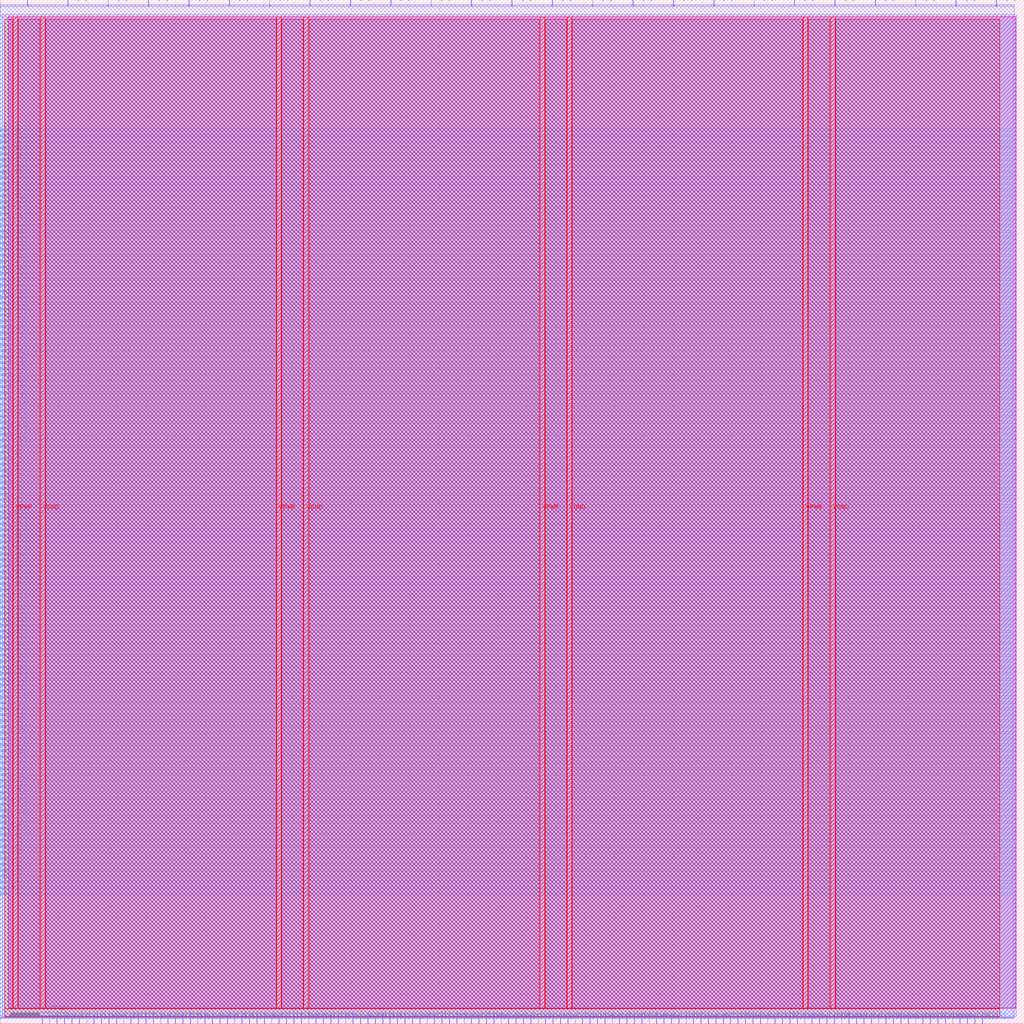
<source format=lef>
VERSION 5.7 ;
  NOWIREEXTENSIONATPIN ON ;
  DIVIDERCHAR "/" ;
  BUSBITCHARS "[]" ;
MACRO Microwatt_FP_DFFRFile
  CLASS BLOCK ;
  FOREIGN Microwatt_FP_DFFRFile ;
  ORIGIN 0.000 0.000 ;
  SIZE 700.000 BY 700.000 ;
  PIN CLK
    DIRECTION INPUT ;
    USE SIGNAL ;
    ANTENNAGATEAREA 0.852000 ;
    PORT
      LAYER met3 ;
        RECT 0.000 88.440 4.000 89.040 ;
    END
  END CLK
  PIN D1[0]
    DIRECTION OUTPUT ;
    USE SIGNAL ;
    ANTENNADIFFAREA 0.445500 ;
    PORT
      LAYER met3 ;
        RECT 0.000 92.520 4.000 93.120 ;
    END
  END D1[0]
  PIN D1[10]
    DIRECTION OUTPUT ;
    USE SIGNAL ;
    ANTENNADIFFAREA 0.445500 ;
    PORT
      LAYER met3 ;
        RECT 0.000 133.320 4.000 133.920 ;
    END
  END D1[10]
  PIN D1[11]
    DIRECTION OUTPUT ;
    USE SIGNAL ;
    ANTENNADIFFAREA 0.445500 ;
    PORT
      LAYER met3 ;
        RECT 0.000 137.400 4.000 138.000 ;
    END
  END D1[11]
  PIN D1[12]
    DIRECTION OUTPUT ;
    USE SIGNAL ;
    ANTENNADIFFAREA 0.445500 ;
    PORT
      LAYER met3 ;
        RECT 0.000 141.480 4.000 142.080 ;
    END
  END D1[12]
  PIN D1[13]
    DIRECTION OUTPUT ;
    USE SIGNAL ;
    ANTENNADIFFAREA 0.445500 ;
    PORT
      LAYER met3 ;
        RECT 0.000 145.560 4.000 146.160 ;
    END
  END D1[13]
  PIN D1[14]
    DIRECTION OUTPUT ;
    USE SIGNAL ;
    ANTENNADIFFAREA 0.445500 ;
    PORT
      LAYER met3 ;
        RECT 0.000 149.640 4.000 150.240 ;
    END
  END D1[14]
  PIN D1[15]
    DIRECTION OUTPUT ;
    USE SIGNAL ;
    ANTENNADIFFAREA 0.445500 ;
    PORT
      LAYER met3 ;
        RECT 0.000 153.720 4.000 154.320 ;
    END
  END D1[15]
  PIN D1[16]
    DIRECTION OUTPUT ;
    USE SIGNAL ;
    ANTENNADIFFAREA 0.445500 ;
    PORT
      LAYER met3 ;
        RECT 0.000 157.800 4.000 158.400 ;
    END
  END D1[16]
  PIN D1[17]
    DIRECTION OUTPUT ;
    USE SIGNAL ;
    ANTENNADIFFAREA 0.445500 ;
    PORT
      LAYER met3 ;
        RECT 0.000 161.880 4.000 162.480 ;
    END
  END D1[17]
  PIN D1[18]
    DIRECTION OUTPUT ;
    USE SIGNAL ;
    ANTENNADIFFAREA 0.445500 ;
    PORT
      LAYER met3 ;
        RECT 0.000 165.960 4.000 166.560 ;
    END
  END D1[18]
  PIN D1[19]
    DIRECTION OUTPUT ;
    USE SIGNAL ;
    ANTENNADIFFAREA 0.445500 ;
    PORT
      LAYER met3 ;
        RECT 0.000 170.040 4.000 170.640 ;
    END
  END D1[19]
  PIN D1[1]
    DIRECTION OUTPUT ;
    USE SIGNAL ;
    ANTENNADIFFAREA 0.445500 ;
    PORT
      LAYER met3 ;
        RECT 0.000 96.600 4.000 97.200 ;
    END
  END D1[1]
  PIN D1[20]
    DIRECTION OUTPUT ;
    USE SIGNAL ;
    ANTENNADIFFAREA 0.445500 ;
    PORT
      LAYER met3 ;
        RECT 0.000 174.120 4.000 174.720 ;
    END
  END D1[20]
  PIN D1[21]
    DIRECTION OUTPUT ;
    USE SIGNAL ;
    ANTENNADIFFAREA 0.445500 ;
    PORT
      LAYER met3 ;
        RECT 0.000 178.200 4.000 178.800 ;
    END
  END D1[21]
  PIN D1[22]
    DIRECTION OUTPUT ;
    USE SIGNAL ;
    ANTENNADIFFAREA 0.445500 ;
    PORT
      LAYER met3 ;
        RECT 0.000 182.280 4.000 182.880 ;
    END
  END D1[22]
  PIN D1[23]
    DIRECTION OUTPUT ;
    USE SIGNAL ;
    ANTENNADIFFAREA 0.445500 ;
    PORT
      LAYER met3 ;
        RECT 0.000 186.360 4.000 186.960 ;
    END
  END D1[23]
  PIN D1[24]
    DIRECTION OUTPUT ;
    USE SIGNAL ;
    ANTENNADIFFAREA 0.445500 ;
    PORT
      LAYER met3 ;
        RECT 0.000 190.440 4.000 191.040 ;
    END
  END D1[24]
  PIN D1[25]
    DIRECTION OUTPUT ;
    USE SIGNAL ;
    ANTENNADIFFAREA 0.445500 ;
    PORT
      LAYER met3 ;
        RECT 0.000 194.520 4.000 195.120 ;
    END
  END D1[25]
  PIN D1[26]
    DIRECTION OUTPUT ;
    USE SIGNAL ;
    ANTENNADIFFAREA 0.445500 ;
    PORT
      LAYER met3 ;
        RECT 0.000 198.600 4.000 199.200 ;
    END
  END D1[26]
  PIN D1[27]
    DIRECTION OUTPUT ;
    USE SIGNAL ;
    ANTENNADIFFAREA 0.445500 ;
    PORT
      LAYER met3 ;
        RECT 0.000 202.680 4.000 203.280 ;
    END
  END D1[27]
  PIN D1[28]
    DIRECTION OUTPUT ;
    USE SIGNAL ;
    ANTENNADIFFAREA 0.445500 ;
    PORT
      LAYER met3 ;
        RECT 0.000 206.760 4.000 207.360 ;
    END
  END D1[28]
  PIN D1[29]
    DIRECTION OUTPUT ;
    USE SIGNAL ;
    ANTENNADIFFAREA 0.445500 ;
    PORT
      LAYER met3 ;
        RECT 0.000 210.840 4.000 211.440 ;
    END
  END D1[29]
  PIN D1[2]
    DIRECTION OUTPUT ;
    USE SIGNAL ;
    ANTENNADIFFAREA 0.445500 ;
    PORT
      LAYER met3 ;
        RECT 0.000 100.680 4.000 101.280 ;
    END
  END D1[2]
  PIN D1[30]
    DIRECTION OUTPUT ;
    USE SIGNAL ;
    ANTENNADIFFAREA 0.445500 ;
    PORT
      LAYER met3 ;
        RECT 0.000 214.920 4.000 215.520 ;
    END
  END D1[30]
  PIN D1[31]
    DIRECTION OUTPUT ;
    USE SIGNAL ;
    ANTENNADIFFAREA 0.445500 ;
    PORT
      LAYER met3 ;
        RECT 0.000 219.000 4.000 219.600 ;
    END
  END D1[31]
  PIN D1[32]
    DIRECTION OUTPUT ;
    USE SIGNAL ;
    ANTENNADIFFAREA 0.445500 ;
    PORT
      LAYER met3 ;
        RECT 0.000 223.080 4.000 223.680 ;
    END
  END D1[32]
  PIN D1[33]
    DIRECTION OUTPUT ;
    USE SIGNAL ;
    ANTENNADIFFAREA 0.445500 ;
    PORT
      LAYER met3 ;
        RECT 0.000 227.160 4.000 227.760 ;
    END
  END D1[33]
  PIN D1[34]
    DIRECTION OUTPUT ;
    USE SIGNAL ;
    ANTENNADIFFAREA 0.445500 ;
    PORT
      LAYER met3 ;
        RECT 0.000 231.240 4.000 231.840 ;
    END
  END D1[34]
  PIN D1[35]
    DIRECTION OUTPUT ;
    USE SIGNAL ;
    ANTENNADIFFAREA 0.445500 ;
    PORT
      LAYER met3 ;
        RECT 0.000 235.320 4.000 235.920 ;
    END
  END D1[35]
  PIN D1[36]
    DIRECTION OUTPUT ;
    USE SIGNAL ;
    ANTENNADIFFAREA 0.445500 ;
    PORT
      LAYER met3 ;
        RECT 0.000 239.400 4.000 240.000 ;
    END
  END D1[36]
  PIN D1[37]
    DIRECTION OUTPUT ;
    USE SIGNAL ;
    ANTENNADIFFAREA 0.445500 ;
    PORT
      LAYER met3 ;
        RECT 0.000 243.480 4.000 244.080 ;
    END
  END D1[37]
  PIN D1[38]
    DIRECTION OUTPUT ;
    USE SIGNAL ;
    ANTENNADIFFAREA 0.445500 ;
    PORT
      LAYER met3 ;
        RECT 0.000 247.560 4.000 248.160 ;
    END
  END D1[38]
  PIN D1[39]
    DIRECTION OUTPUT ;
    USE SIGNAL ;
    ANTENNADIFFAREA 0.445500 ;
    PORT
      LAYER met3 ;
        RECT 0.000 251.640 4.000 252.240 ;
    END
  END D1[39]
  PIN D1[3]
    DIRECTION OUTPUT ;
    USE SIGNAL ;
    ANTENNADIFFAREA 0.445500 ;
    PORT
      LAYER met3 ;
        RECT 0.000 104.760 4.000 105.360 ;
    END
  END D1[3]
  PIN D1[40]
    DIRECTION OUTPUT ;
    USE SIGNAL ;
    ANTENNADIFFAREA 0.445500 ;
    PORT
      LAYER met3 ;
        RECT 0.000 255.720 4.000 256.320 ;
    END
  END D1[40]
  PIN D1[41]
    DIRECTION OUTPUT ;
    USE SIGNAL ;
    ANTENNADIFFAREA 0.445500 ;
    PORT
      LAYER met3 ;
        RECT 0.000 259.800 4.000 260.400 ;
    END
  END D1[41]
  PIN D1[42]
    DIRECTION OUTPUT ;
    USE SIGNAL ;
    ANTENNADIFFAREA 0.445500 ;
    PORT
      LAYER met3 ;
        RECT 0.000 263.880 4.000 264.480 ;
    END
  END D1[42]
  PIN D1[43]
    DIRECTION OUTPUT ;
    USE SIGNAL ;
    ANTENNADIFFAREA 0.445500 ;
    PORT
      LAYER met3 ;
        RECT 0.000 267.960 4.000 268.560 ;
    END
  END D1[43]
  PIN D1[44]
    DIRECTION OUTPUT ;
    USE SIGNAL ;
    ANTENNADIFFAREA 0.445500 ;
    PORT
      LAYER met3 ;
        RECT 0.000 272.040 4.000 272.640 ;
    END
  END D1[44]
  PIN D1[45]
    DIRECTION OUTPUT ;
    USE SIGNAL ;
    ANTENNADIFFAREA 0.445500 ;
    PORT
      LAYER met3 ;
        RECT 0.000 276.120 4.000 276.720 ;
    END
  END D1[45]
  PIN D1[46]
    DIRECTION OUTPUT ;
    USE SIGNAL ;
    ANTENNADIFFAREA 0.445500 ;
    PORT
      LAYER met3 ;
        RECT 0.000 280.200 4.000 280.800 ;
    END
  END D1[46]
  PIN D1[47]
    DIRECTION OUTPUT ;
    USE SIGNAL ;
    ANTENNADIFFAREA 0.445500 ;
    PORT
      LAYER met3 ;
        RECT 0.000 284.280 4.000 284.880 ;
    END
  END D1[47]
  PIN D1[48]
    DIRECTION OUTPUT ;
    USE SIGNAL ;
    ANTENNADIFFAREA 0.445500 ;
    PORT
      LAYER met3 ;
        RECT 0.000 288.360 4.000 288.960 ;
    END
  END D1[48]
  PIN D1[49]
    DIRECTION OUTPUT ;
    USE SIGNAL ;
    ANTENNADIFFAREA 0.445500 ;
    PORT
      LAYER met3 ;
        RECT 0.000 292.440 4.000 293.040 ;
    END
  END D1[49]
  PIN D1[4]
    DIRECTION OUTPUT ;
    USE SIGNAL ;
    ANTENNADIFFAREA 0.445500 ;
    PORT
      LAYER met3 ;
        RECT 0.000 108.840 4.000 109.440 ;
    END
  END D1[4]
  PIN D1[50]
    DIRECTION OUTPUT ;
    USE SIGNAL ;
    ANTENNADIFFAREA 0.445500 ;
    PORT
      LAYER met3 ;
        RECT 0.000 296.520 4.000 297.120 ;
    END
  END D1[50]
  PIN D1[51]
    DIRECTION OUTPUT ;
    USE SIGNAL ;
    ANTENNADIFFAREA 0.445500 ;
    PORT
      LAYER met3 ;
        RECT 0.000 300.600 4.000 301.200 ;
    END
  END D1[51]
  PIN D1[52]
    DIRECTION OUTPUT ;
    USE SIGNAL ;
    ANTENNADIFFAREA 0.445500 ;
    PORT
      LAYER met3 ;
        RECT 0.000 304.680 4.000 305.280 ;
    END
  END D1[52]
  PIN D1[53]
    DIRECTION OUTPUT ;
    USE SIGNAL ;
    ANTENNADIFFAREA 0.445500 ;
    PORT
      LAYER met3 ;
        RECT 0.000 308.760 4.000 309.360 ;
    END
  END D1[53]
  PIN D1[54]
    DIRECTION OUTPUT ;
    USE SIGNAL ;
    ANTENNADIFFAREA 0.445500 ;
    PORT
      LAYER met3 ;
        RECT 0.000 312.840 4.000 313.440 ;
    END
  END D1[54]
  PIN D1[55]
    DIRECTION OUTPUT ;
    USE SIGNAL ;
    ANTENNADIFFAREA 0.445500 ;
    PORT
      LAYER met3 ;
        RECT 0.000 316.920 4.000 317.520 ;
    END
  END D1[55]
  PIN D1[56]
    DIRECTION OUTPUT ;
    USE SIGNAL ;
    ANTENNADIFFAREA 0.445500 ;
    PORT
      LAYER met3 ;
        RECT 0.000 321.000 4.000 321.600 ;
    END
  END D1[56]
  PIN D1[57]
    DIRECTION OUTPUT ;
    USE SIGNAL ;
    ANTENNADIFFAREA 0.445500 ;
    PORT
      LAYER met3 ;
        RECT 0.000 325.080 4.000 325.680 ;
    END
  END D1[57]
  PIN D1[58]
    DIRECTION OUTPUT ;
    USE SIGNAL ;
    ANTENNADIFFAREA 0.445500 ;
    PORT
      LAYER met3 ;
        RECT 0.000 329.160 4.000 329.760 ;
    END
  END D1[58]
  PIN D1[59]
    DIRECTION OUTPUT ;
    USE SIGNAL ;
    ANTENNADIFFAREA 0.445500 ;
    PORT
      LAYER met3 ;
        RECT 0.000 333.240 4.000 333.840 ;
    END
  END D1[59]
  PIN D1[5]
    DIRECTION OUTPUT ;
    USE SIGNAL ;
    ANTENNADIFFAREA 0.445500 ;
    PORT
      LAYER met3 ;
        RECT 0.000 112.920 4.000 113.520 ;
    END
  END D1[5]
  PIN D1[60]
    DIRECTION OUTPUT ;
    USE SIGNAL ;
    ANTENNADIFFAREA 0.445500 ;
    PORT
      LAYER met3 ;
        RECT 0.000 337.320 4.000 337.920 ;
    END
  END D1[60]
  PIN D1[61]
    DIRECTION OUTPUT ;
    USE SIGNAL ;
    ANTENNADIFFAREA 0.445500 ;
    PORT
      LAYER met3 ;
        RECT 0.000 341.400 4.000 342.000 ;
    END
  END D1[61]
  PIN D1[62]
    DIRECTION OUTPUT ;
    USE SIGNAL ;
    ANTENNADIFFAREA 0.445500 ;
    PORT
      LAYER met3 ;
        RECT 0.000 345.480 4.000 346.080 ;
    END
  END D1[62]
  PIN D1[63]
    DIRECTION OUTPUT ;
    USE SIGNAL ;
    ANTENNADIFFAREA 0.445500 ;
    PORT
      LAYER met3 ;
        RECT 0.000 349.560 4.000 350.160 ;
    END
  END D1[63]
  PIN D1[6]
    DIRECTION OUTPUT ;
    USE SIGNAL ;
    ANTENNADIFFAREA 0.445500 ;
    PORT
      LAYER met3 ;
        RECT 0.000 117.000 4.000 117.600 ;
    END
  END D1[6]
  PIN D1[7]
    DIRECTION OUTPUT ;
    USE SIGNAL ;
    ANTENNADIFFAREA 0.445500 ;
    PORT
      LAYER met3 ;
        RECT 0.000 121.080 4.000 121.680 ;
    END
  END D1[7]
  PIN D1[8]
    DIRECTION OUTPUT ;
    USE SIGNAL ;
    ANTENNADIFFAREA 0.445500 ;
    PORT
      LAYER met3 ;
        RECT 0.000 125.160 4.000 125.760 ;
    END
  END D1[8]
  PIN D1[9]
    DIRECTION OUTPUT ;
    USE SIGNAL ;
    ANTENNADIFFAREA 0.445500 ;
    PORT
      LAYER met3 ;
        RECT 0.000 129.240 4.000 129.840 ;
    END
  END D1[9]
  PIN D2[0]
    DIRECTION OUTPUT ;
    USE SIGNAL ;
    ANTENNADIFFAREA 0.445500 ;
    PORT
      LAYER met3 ;
        RECT 0.000 353.640 4.000 354.240 ;
    END
  END D2[0]
  PIN D2[10]
    DIRECTION OUTPUT ;
    USE SIGNAL ;
    ANTENNADIFFAREA 0.445500 ;
    PORT
      LAYER met3 ;
        RECT 0.000 394.440 4.000 395.040 ;
    END
  END D2[10]
  PIN D2[11]
    DIRECTION OUTPUT ;
    USE SIGNAL ;
    ANTENNADIFFAREA 0.445500 ;
    PORT
      LAYER met3 ;
        RECT 0.000 398.520 4.000 399.120 ;
    END
  END D2[11]
  PIN D2[12]
    DIRECTION OUTPUT ;
    USE SIGNAL ;
    ANTENNADIFFAREA 0.445500 ;
    PORT
      LAYER met3 ;
        RECT 0.000 402.600 4.000 403.200 ;
    END
  END D2[12]
  PIN D2[13]
    DIRECTION OUTPUT ;
    USE SIGNAL ;
    ANTENNADIFFAREA 0.445500 ;
    PORT
      LAYER met3 ;
        RECT 0.000 406.680 4.000 407.280 ;
    END
  END D2[13]
  PIN D2[14]
    DIRECTION OUTPUT ;
    USE SIGNAL ;
    ANTENNADIFFAREA 0.445500 ;
    PORT
      LAYER met3 ;
        RECT 0.000 410.760 4.000 411.360 ;
    END
  END D2[14]
  PIN D2[15]
    DIRECTION OUTPUT ;
    USE SIGNAL ;
    ANTENNADIFFAREA 0.445500 ;
    PORT
      LAYER met3 ;
        RECT 0.000 414.840 4.000 415.440 ;
    END
  END D2[15]
  PIN D2[16]
    DIRECTION OUTPUT ;
    USE SIGNAL ;
    ANTENNADIFFAREA 0.445500 ;
    PORT
      LAYER met3 ;
        RECT 0.000 418.920 4.000 419.520 ;
    END
  END D2[16]
  PIN D2[17]
    DIRECTION OUTPUT ;
    USE SIGNAL ;
    ANTENNADIFFAREA 0.445500 ;
    PORT
      LAYER met3 ;
        RECT 0.000 423.000 4.000 423.600 ;
    END
  END D2[17]
  PIN D2[18]
    DIRECTION OUTPUT ;
    USE SIGNAL ;
    ANTENNADIFFAREA 0.445500 ;
    PORT
      LAYER met3 ;
        RECT 0.000 427.080 4.000 427.680 ;
    END
  END D2[18]
  PIN D2[19]
    DIRECTION OUTPUT ;
    USE SIGNAL ;
    ANTENNADIFFAREA 0.445500 ;
    PORT
      LAYER met3 ;
        RECT 0.000 431.160 4.000 431.760 ;
    END
  END D2[19]
  PIN D2[1]
    DIRECTION OUTPUT ;
    USE SIGNAL ;
    ANTENNADIFFAREA 0.445500 ;
    PORT
      LAYER met3 ;
        RECT 0.000 357.720 4.000 358.320 ;
    END
  END D2[1]
  PIN D2[20]
    DIRECTION OUTPUT ;
    USE SIGNAL ;
    ANTENNADIFFAREA 0.445500 ;
    PORT
      LAYER met3 ;
        RECT 0.000 435.240 4.000 435.840 ;
    END
  END D2[20]
  PIN D2[21]
    DIRECTION OUTPUT ;
    USE SIGNAL ;
    ANTENNADIFFAREA 0.445500 ;
    PORT
      LAYER met3 ;
        RECT 0.000 439.320 4.000 439.920 ;
    END
  END D2[21]
  PIN D2[22]
    DIRECTION OUTPUT ;
    USE SIGNAL ;
    ANTENNADIFFAREA 0.445500 ;
    PORT
      LAYER met3 ;
        RECT 0.000 443.400 4.000 444.000 ;
    END
  END D2[22]
  PIN D2[23]
    DIRECTION OUTPUT ;
    USE SIGNAL ;
    ANTENNADIFFAREA 0.445500 ;
    PORT
      LAYER met3 ;
        RECT 0.000 447.480 4.000 448.080 ;
    END
  END D2[23]
  PIN D2[24]
    DIRECTION OUTPUT ;
    USE SIGNAL ;
    ANTENNADIFFAREA 0.445500 ;
    PORT
      LAYER met3 ;
        RECT 0.000 451.560 4.000 452.160 ;
    END
  END D2[24]
  PIN D2[25]
    DIRECTION OUTPUT ;
    USE SIGNAL ;
    ANTENNADIFFAREA 0.445500 ;
    PORT
      LAYER met3 ;
        RECT 0.000 455.640 4.000 456.240 ;
    END
  END D2[25]
  PIN D2[26]
    DIRECTION OUTPUT ;
    USE SIGNAL ;
    ANTENNADIFFAREA 0.445500 ;
    PORT
      LAYER met3 ;
        RECT 0.000 459.720 4.000 460.320 ;
    END
  END D2[26]
  PIN D2[27]
    DIRECTION OUTPUT ;
    USE SIGNAL ;
    ANTENNADIFFAREA 0.445500 ;
    PORT
      LAYER met3 ;
        RECT 0.000 463.800 4.000 464.400 ;
    END
  END D2[27]
  PIN D2[28]
    DIRECTION OUTPUT ;
    USE SIGNAL ;
    ANTENNADIFFAREA 0.445500 ;
    PORT
      LAYER met3 ;
        RECT 0.000 467.880 4.000 468.480 ;
    END
  END D2[28]
  PIN D2[29]
    DIRECTION OUTPUT ;
    USE SIGNAL ;
    ANTENNADIFFAREA 0.445500 ;
    PORT
      LAYER met3 ;
        RECT 0.000 471.960 4.000 472.560 ;
    END
  END D2[29]
  PIN D2[2]
    DIRECTION OUTPUT ;
    USE SIGNAL ;
    ANTENNADIFFAREA 0.445500 ;
    PORT
      LAYER met3 ;
        RECT 0.000 361.800 4.000 362.400 ;
    END
  END D2[2]
  PIN D2[30]
    DIRECTION OUTPUT ;
    USE SIGNAL ;
    ANTENNADIFFAREA 0.445500 ;
    PORT
      LAYER met3 ;
        RECT 0.000 476.040 4.000 476.640 ;
    END
  END D2[30]
  PIN D2[31]
    DIRECTION OUTPUT ;
    USE SIGNAL ;
    ANTENNADIFFAREA 0.445500 ;
    PORT
      LAYER met3 ;
        RECT 0.000 480.120 4.000 480.720 ;
    END
  END D2[31]
  PIN D2[32]
    DIRECTION OUTPUT ;
    USE SIGNAL ;
    ANTENNADIFFAREA 0.445500 ;
    PORT
      LAYER met3 ;
        RECT 0.000 484.200 4.000 484.800 ;
    END
  END D2[32]
  PIN D2[33]
    DIRECTION OUTPUT ;
    USE SIGNAL ;
    ANTENNADIFFAREA 0.445500 ;
    PORT
      LAYER met3 ;
        RECT 0.000 488.280 4.000 488.880 ;
    END
  END D2[33]
  PIN D2[34]
    DIRECTION OUTPUT ;
    USE SIGNAL ;
    ANTENNADIFFAREA 0.445500 ;
    PORT
      LAYER met3 ;
        RECT 0.000 492.360 4.000 492.960 ;
    END
  END D2[34]
  PIN D2[35]
    DIRECTION OUTPUT ;
    USE SIGNAL ;
    ANTENNADIFFAREA 0.445500 ;
    PORT
      LAYER met3 ;
        RECT 0.000 496.440 4.000 497.040 ;
    END
  END D2[35]
  PIN D2[36]
    DIRECTION OUTPUT ;
    USE SIGNAL ;
    ANTENNADIFFAREA 0.445500 ;
    PORT
      LAYER met3 ;
        RECT 0.000 500.520 4.000 501.120 ;
    END
  END D2[36]
  PIN D2[37]
    DIRECTION OUTPUT ;
    USE SIGNAL ;
    ANTENNADIFFAREA 0.445500 ;
    PORT
      LAYER met3 ;
        RECT 0.000 504.600 4.000 505.200 ;
    END
  END D2[37]
  PIN D2[38]
    DIRECTION OUTPUT ;
    USE SIGNAL ;
    ANTENNADIFFAREA 0.445500 ;
    PORT
      LAYER met3 ;
        RECT 0.000 508.680 4.000 509.280 ;
    END
  END D2[38]
  PIN D2[39]
    DIRECTION OUTPUT ;
    USE SIGNAL ;
    ANTENNADIFFAREA 0.445500 ;
    PORT
      LAYER met3 ;
        RECT 0.000 512.760 4.000 513.360 ;
    END
  END D2[39]
  PIN D2[3]
    DIRECTION OUTPUT ;
    USE SIGNAL ;
    ANTENNADIFFAREA 0.445500 ;
    PORT
      LAYER met3 ;
        RECT 0.000 365.880 4.000 366.480 ;
    END
  END D2[3]
  PIN D2[40]
    DIRECTION OUTPUT ;
    USE SIGNAL ;
    ANTENNADIFFAREA 0.445500 ;
    PORT
      LAYER met3 ;
        RECT 0.000 516.840 4.000 517.440 ;
    END
  END D2[40]
  PIN D2[41]
    DIRECTION OUTPUT ;
    USE SIGNAL ;
    ANTENNADIFFAREA 0.445500 ;
    PORT
      LAYER met3 ;
        RECT 0.000 520.920 4.000 521.520 ;
    END
  END D2[41]
  PIN D2[42]
    DIRECTION OUTPUT ;
    USE SIGNAL ;
    ANTENNADIFFAREA 0.445500 ;
    PORT
      LAYER met3 ;
        RECT 0.000 525.000 4.000 525.600 ;
    END
  END D2[42]
  PIN D2[43]
    DIRECTION OUTPUT ;
    USE SIGNAL ;
    ANTENNADIFFAREA 0.445500 ;
    PORT
      LAYER met3 ;
        RECT 0.000 529.080 4.000 529.680 ;
    END
  END D2[43]
  PIN D2[44]
    DIRECTION OUTPUT ;
    USE SIGNAL ;
    ANTENNADIFFAREA 0.445500 ;
    PORT
      LAYER met3 ;
        RECT 0.000 533.160 4.000 533.760 ;
    END
  END D2[44]
  PIN D2[45]
    DIRECTION OUTPUT ;
    USE SIGNAL ;
    ANTENNADIFFAREA 0.445500 ;
    PORT
      LAYER met3 ;
        RECT 0.000 537.240 4.000 537.840 ;
    END
  END D2[45]
  PIN D2[46]
    DIRECTION OUTPUT ;
    USE SIGNAL ;
    ANTENNADIFFAREA 0.445500 ;
    PORT
      LAYER met3 ;
        RECT 0.000 541.320 4.000 541.920 ;
    END
  END D2[46]
  PIN D2[47]
    DIRECTION OUTPUT ;
    USE SIGNAL ;
    ANTENNADIFFAREA 0.445500 ;
    PORT
      LAYER met3 ;
        RECT 0.000 545.400 4.000 546.000 ;
    END
  END D2[47]
  PIN D2[48]
    DIRECTION OUTPUT ;
    USE SIGNAL ;
    ANTENNADIFFAREA 0.445500 ;
    PORT
      LAYER met3 ;
        RECT 0.000 549.480 4.000 550.080 ;
    END
  END D2[48]
  PIN D2[49]
    DIRECTION OUTPUT ;
    USE SIGNAL ;
    ANTENNADIFFAREA 0.445500 ;
    PORT
      LAYER met3 ;
        RECT 0.000 553.560 4.000 554.160 ;
    END
  END D2[49]
  PIN D2[4]
    DIRECTION OUTPUT ;
    USE SIGNAL ;
    ANTENNADIFFAREA 0.445500 ;
    PORT
      LAYER met3 ;
        RECT 0.000 369.960 4.000 370.560 ;
    END
  END D2[4]
  PIN D2[50]
    DIRECTION OUTPUT ;
    USE SIGNAL ;
    ANTENNADIFFAREA 0.445500 ;
    PORT
      LAYER met3 ;
        RECT 0.000 557.640 4.000 558.240 ;
    END
  END D2[50]
  PIN D2[51]
    DIRECTION OUTPUT ;
    USE SIGNAL ;
    ANTENNADIFFAREA 0.445500 ;
    PORT
      LAYER met3 ;
        RECT 0.000 561.720 4.000 562.320 ;
    END
  END D2[51]
  PIN D2[52]
    DIRECTION OUTPUT ;
    USE SIGNAL ;
    ANTENNADIFFAREA 0.445500 ;
    PORT
      LAYER met3 ;
        RECT 0.000 565.800 4.000 566.400 ;
    END
  END D2[52]
  PIN D2[53]
    DIRECTION OUTPUT ;
    USE SIGNAL ;
    ANTENNADIFFAREA 0.445500 ;
    PORT
      LAYER met3 ;
        RECT 0.000 569.880 4.000 570.480 ;
    END
  END D2[53]
  PIN D2[54]
    DIRECTION OUTPUT ;
    USE SIGNAL ;
    ANTENNADIFFAREA 0.445500 ;
    PORT
      LAYER met3 ;
        RECT 0.000 573.960 4.000 574.560 ;
    END
  END D2[54]
  PIN D2[55]
    DIRECTION OUTPUT ;
    USE SIGNAL ;
    ANTENNADIFFAREA 0.445500 ;
    PORT
      LAYER met3 ;
        RECT 0.000 578.040 4.000 578.640 ;
    END
  END D2[55]
  PIN D2[56]
    DIRECTION OUTPUT ;
    USE SIGNAL ;
    ANTENNADIFFAREA 0.445500 ;
    PORT
      LAYER met3 ;
        RECT 0.000 582.120 4.000 582.720 ;
    END
  END D2[56]
  PIN D2[57]
    DIRECTION OUTPUT ;
    USE SIGNAL ;
    ANTENNADIFFAREA 0.445500 ;
    PORT
      LAYER met3 ;
        RECT 0.000 586.200 4.000 586.800 ;
    END
  END D2[57]
  PIN D2[58]
    DIRECTION OUTPUT ;
    USE SIGNAL ;
    ANTENNADIFFAREA 0.445500 ;
    PORT
      LAYER met3 ;
        RECT 0.000 590.280 4.000 590.880 ;
    END
  END D2[58]
  PIN D2[59]
    DIRECTION OUTPUT ;
    USE SIGNAL ;
    ANTENNADIFFAREA 0.445500 ;
    PORT
      LAYER met3 ;
        RECT 0.000 594.360 4.000 594.960 ;
    END
  END D2[59]
  PIN D2[5]
    DIRECTION OUTPUT ;
    USE SIGNAL ;
    ANTENNADIFFAREA 0.445500 ;
    PORT
      LAYER met3 ;
        RECT 0.000 374.040 4.000 374.640 ;
    END
  END D2[5]
  PIN D2[60]
    DIRECTION OUTPUT ;
    USE SIGNAL ;
    ANTENNADIFFAREA 0.445500 ;
    PORT
      LAYER met3 ;
        RECT 0.000 598.440 4.000 599.040 ;
    END
  END D2[60]
  PIN D2[61]
    DIRECTION OUTPUT ;
    USE SIGNAL ;
    ANTENNADIFFAREA 0.445500 ;
    PORT
      LAYER met3 ;
        RECT 0.000 602.520 4.000 603.120 ;
    END
  END D2[61]
  PIN D2[62]
    DIRECTION OUTPUT ;
    USE SIGNAL ;
    ANTENNADIFFAREA 0.445500 ;
    PORT
      LAYER met3 ;
        RECT 0.000 606.600 4.000 607.200 ;
    END
  END D2[62]
  PIN D2[63]
    DIRECTION OUTPUT ;
    USE SIGNAL ;
    ANTENNADIFFAREA 0.445500 ;
    PORT
      LAYER met3 ;
        RECT 0.000 610.680 4.000 611.280 ;
    END
  END D2[63]
  PIN D2[6]
    DIRECTION OUTPUT ;
    USE SIGNAL ;
    ANTENNADIFFAREA 0.445500 ;
    PORT
      LAYER met3 ;
        RECT 0.000 378.120 4.000 378.720 ;
    END
  END D2[6]
  PIN D2[7]
    DIRECTION OUTPUT ;
    USE SIGNAL ;
    ANTENNADIFFAREA 0.445500 ;
    PORT
      LAYER met3 ;
        RECT 0.000 382.200 4.000 382.800 ;
    END
  END D2[7]
  PIN D2[8]
    DIRECTION OUTPUT ;
    USE SIGNAL ;
    ANTENNADIFFAREA 0.445500 ;
    PORT
      LAYER met3 ;
        RECT 0.000 386.280 4.000 386.880 ;
    END
  END D2[8]
  PIN D2[9]
    DIRECTION OUTPUT ;
    USE SIGNAL ;
    ANTENNADIFFAREA 0.445500 ;
    PORT
      LAYER met3 ;
        RECT 0.000 390.360 4.000 390.960 ;
    END
  END D2[9]
  PIN D3[0]
    DIRECTION OUTPUT ;
    USE SIGNAL ;
    ANTENNADIFFAREA 0.445500 ;
    PORT
      LAYER met2 ;
        RECT 28.610 0.000 28.890 4.000 ;
    END
  END D3[0]
  PIN D3[10]
    DIRECTION OUTPUT ;
    USE SIGNAL ;
    ANTENNADIFFAREA 0.445500 ;
    PORT
      LAYER met2 ;
        RECT 79.210 0.000 79.490 4.000 ;
    END
  END D3[10]
  PIN D3[11]
    DIRECTION OUTPUT ;
    USE SIGNAL ;
    ANTENNADIFFAREA 0.445500 ;
    PORT
      LAYER met2 ;
        RECT 84.270 0.000 84.550 4.000 ;
    END
  END D3[11]
  PIN D3[12]
    DIRECTION OUTPUT ;
    USE SIGNAL ;
    ANTENNADIFFAREA 0.445500 ;
    PORT
      LAYER met2 ;
        RECT 89.330 0.000 89.610 4.000 ;
    END
  END D3[12]
  PIN D3[13]
    DIRECTION OUTPUT ;
    USE SIGNAL ;
    ANTENNADIFFAREA 0.445500 ;
    PORT
      LAYER met2 ;
        RECT 94.390 0.000 94.670 4.000 ;
    END
  END D3[13]
  PIN D3[14]
    DIRECTION OUTPUT ;
    USE SIGNAL ;
    ANTENNADIFFAREA 0.445500 ;
    PORT
      LAYER met2 ;
        RECT 99.450 0.000 99.730 4.000 ;
    END
  END D3[14]
  PIN D3[15]
    DIRECTION OUTPUT ;
    USE SIGNAL ;
    ANTENNADIFFAREA 0.445500 ;
    PORT
      LAYER met2 ;
        RECT 104.510 0.000 104.790 4.000 ;
    END
  END D3[15]
  PIN D3[16]
    DIRECTION OUTPUT ;
    USE SIGNAL ;
    ANTENNADIFFAREA 0.445500 ;
    PORT
      LAYER met2 ;
        RECT 109.570 0.000 109.850 4.000 ;
    END
  END D3[16]
  PIN D3[17]
    DIRECTION OUTPUT ;
    USE SIGNAL ;
    ANTENNADIFFAREA 0.445500 ;
    PORT
      LAYER met2 ;
        RECT 114.630 0.000 114.910 4.000 ;
    END
  END D3[17]
  PIN D3[18]
    DIRECTION OUTPUT ;
    USE SIGNAL ;
    ANTENNADIFFAREA 0.445500 ;
    PORT
      LAYER met2 ;
        RECT 119.690 0.000 119.970 4.000 ;
    END
  END D3[18]
  PIN D3[19]
    DIRECTION OUTPUT ;
    USE SIGNAL ;
    ANTENNADIFFAREA 0.445500 ;
    PORT
      LAYER met2 ;
        RECT 124.750 0.000 125.030 4.000 ;
    END
  END D3[19]
  PIN D3[1]
    DIRECTION OUTPUT ;
    USE SIGNAL ;
    ANTENNADIFFAREA 0.445500 ;
    PORT
      LAYER met2 ;
        RECT 33.670 0.000 33.950 4.000 ;
    END
  END D3[1]
  PIN D3[20]
    DIRECTION OUTPUT ;
    USE SIGNAL ;
    ANTENNADIFFAREA 0.445500 ;
    PORT
      LAYER met2 ;
        RECT 129.810 0.000 130.090 4.000 ;
    END
  END D3[20]
  PIN D3[21]
    DIRECTION OUTPUT ;
    USE SIGNAL ;
    ANTENNADIFFAREA 0.445500 ;
    PORT
      LAYER met2 ;
        RECT 134.870 0.000 135.150 4.000 ;
    END
  END D3[21]
  PIN D3[22]
    DIRECTION OUTPUT ;
    USE SIGNAL ;
    ANTENNADIFFAREA 0.445500 ;
    PORT
      LAYER met2 ;
        RECT 139.930 0.000 140.210 4.000 ;
    END
  END D3[22]
  PIN D3[23]
    DIRECTION OUTPUT ;
    USE SIGNAL ;
    ANTENNADIFFAREA 0.445500 ;
    PORT
      LAYER met2 ;
        RECT 144.990 0.000 145.270 4.000 ;
    END
  END D3[23]
  PIN D3[24]
    DIRECTION OUTPUT ;
    USE SIGNAL ;
    ANTENNADIFFAREA 0.445500 ;
    PORT
      LAYER met2 ;
        RECT 150.050 0.000 150.330 4.000 ;
    END
  END D3[24]
  PIN D3[25]
    DIRECTION OUTPUT ;
    USE SIGNAL ;
    ANTENNADIFFAREA 0.445500 ;
    PORT
      LAYER met2 ;
        RECT 155.110 0.000 155.390 4.000 ;
    END
  END D3[25]
  PIN D3[26]
    DIRECTION OUTPUT ;
    USE SIGNAL ;
    ANTENNADIFFAREA 0.445500 ;
    PORT
      LAYER met2 ;
        RECT 160.170 0.000 160.450 4.000 ;
    END
  END D3[26]
  PIN D3[27]
    DIRECTION OUTPUT ;
    USE SIGNAL ;
    ANTENNADIFFAREA 0.445500 ;
    PORT
      LAYER met2 ;
        RECT 165.230 0.000 165.510 4.000 ;
    END
  END D3[27]
  PIN D3[28]
    DIRECTION OUTPUT ;
    USE SIGNAL ;
    ANTENNADIFFAREA 0.445500 ;
    PORT
      LAYER met2 ;
        RECT 170.290 0.000 170.570 4.000 ;
    END
  END D3[28]
  PIN D3[29]
    DIRECTION OUTPUT ;
    USE SIGNAL ;
    ANTENNADIFFAREA 0.445500 ;
    PORT
      LAYER met2 ;
        RECT 175.350 0.000 175.630 4.000 ;
    END
  END D3[29]
  PIN D3[2]
    DIRECTION OUTPUT ;
    USE SIGNAL ;
    ANTENNADIFFAREA 0.445500 ;
    PORT
      LAYER met2 ;
        RECT 38.730 0.000 39.010 4.000 ;
    END
  END D3[2]
  PIN D3[30]
    DIRECTION OUTPUT ;
    USE SIGNAL ;
    ANTENNADIFFAREA 0.445500 ;
    PORT
      LAYER met2 ;
        RECT 180.410 0.000 180.690 4.000 ;
    END
  END D3[30]
  PIN D3[31]
    DIRECTION OUTPUT ;
    USE SIGNAL ;
    ANTENNADIFFAREA 0.445500 ;
    PORT
      LAYER met2 ;
        RECT 185.470 0.000 185.750 4.000 ;
    END
  END D3[31]
  PIN D3[32]
    DIRECTION OUTPUT ;
    USE SIGNAL ;
    ANTENNADIFFAREA 0.445500 ;
    PORT
      LAYER met2 ;
        RECT 190.530 0.000 190.810 4.000 ;
    END
  END D3[32]
  PIN D3[33]
    DIRECTION OUTPUT ;
    USE SIGNAL ;
    ANTENNADIFFAREA 0.445500 ;
    PORT
      LAYER met2 ;
        RECT 195.590 0.000 195.870 4.000 ;
    END
  END D3[33]
  PIN D3[34]
    DIRECTION OUTPUT ;
    USE SIGNAL ;
    ANTENNADIFFAREA 0.445500 ;
    PORT
      LAYER met2 ;
        RECT 200.650 0.000 200.930 4.000 ;
    END
  END D3[34]
  PIN D3[35]
    DIRECTION OUTPUT ;
    USE SIGNAL ;
    ANTENNADIFFAREA 0.445500 ;
    PORT
      LAYER met2 ;
        RECT 205.710 0.000 205.990 4.000 ;
    END
  END D3[35]
  PIN D3[36]
    DIRECTION OUTPUT ;
    USE SIGNAL ;
    ANTENNADIFFAREA 0.445500 ;
    PORT
      LAYER met2 ;
        RECT 210.770 0.000 211.050 4.000 ;
    END
  END D3[36]
  PIN D3[37]
    DIRECTION OUTPUT ;
    USE SIGNAL ;
    ANTENNADIFFAREA 0.445500 ;
    PORT
      LAYER met2 ;
        RECT 215.830 0.000 216.110 4.000 ;
    END
  END D3[37]
  PIN D3[38]
    DIRECTION OUTPUT ;
    USE SIGNAL ;
    ANTENNADIFFAREA 0.445500 ;
    PORT
      LAYER met2 ;
        RECT 220.890 0.000 221.170 4.000 ;
    END
  END D3[38]
  PIN D3[39]
    DIRECTION OUTPUT ;
    USE SIGNAL ;
    ANTENNADIFFAREA 0.445500 ;
    PORT
      LAYER met2 ;
        RECT 225.950 0.000 226.230 4.000 ;
    END
  END D3[39]
  PIN D3[3]
    DIRECTION OUTPUT ;
    USE SIGNAL ;
    ANTENNADIFFAREA 0.445500 ;
    PORT
      LAYER met2 ;
        RECT 43.790 0.000 44.070 4.000 ;
    END
  END D3[3]
  PIN D3[40]
    DIRECTION OUTPUT ;
    USE SIGNAL ;
    ANTENNADIFFAREA 0.445500 ;
    PORT
      LAYER met2 ;
        RECT 231.010 0.000 231.290 4.000 ;
    END
  END D3[40]
  PIN D3[41]
    DIRECTION OUTPUT ;
    USE SIGNAL ;
    ANTENNADIFFAREA 0.445500 ;
    PORT
      LAYER met2 ;
        RECT 236.070 0.000 236.350 4.000 ;
    END
  END D3[41]
  PIN D3[42]
    DIRECTION OUTPUT ;
    USE SIGNAL ;
    ANTENNADIFFAREA 0.445500 ;
    PORT
      LAYER met2 ;
        RECT 241.130 0.000 241.410 4.000 ;
    END
  END D3[42]
  PIN D3[43]
    DIRECTION OUTPUT ;
    USE SIGNAL ;
    ANTENNADIFFAREA 0.445500 ;
    PORT
      LAYER met2 ;
        RECT 246.190 0.000 246.470 4.000 ;
    END
  END D3[43]
  PIN D3[44]
    DIRECTION OUTPUT ;
    USE SIGNAL ;
    ANTENNADIFFAREA 0.445500 ;
    PORT
      LAYER met2 ;
        RECT 251.250 0.000 251.530 4.000 ;
    END
  END D3[44]
  PIN D3[45]
    DIRECTION OUTPUT ;
    USE SIGNAL ;
    ANTENNADIFFAREA 0.445500 ;
    PORT
      LAYER met2 ;
        RECT 256.310 0.000 256.590 4.000 ;
    END
  END D3[45]
  PIN D3[46]
    DIRECTION OUTPUT ;
    USE SIGNAL ;
    ANTENNADIFFAREA 0.445500 ;
    PORT
      LAYER met2 ;
        RECT 261.370 0.000 261.650 4.000 ;
    END
  END D3[46]
  PIN D3[47]
    DIRECTION OUTPUT ;
    USE SIGNAL ;
    ANTENNADIFFAREA 0.445500 ;
    PORT
      LAYER met2 ;
        RECT 266.430 0.000 266.710 4.000 ;
    END
  END D3[47]
  PIN D3[48]
    DIRECTION OUTPUT ;
    USE SIGNAL ;
    ANTENNADIFFAREA 0.445500 ;
    PORT
      LAYER met2 ;
        RECT 271.490 0.000 271.770 4.000 ;
    END
  END D3[48]
  PIN D3[49]
    DIRECTION OUTPUT ;
    USE SIGNAL ;
    ANTENNADIFFAREA 0.445500 ;
    PORT
      LAYER met2 ;
        RECT 276.550 0.000 276.830 4.000 ;
    END
  END D3[49]
  PIN D3[4]
    DIRECTION OUTPUT ;
    USE SIGNAL ;
    ANTENNADIFFAREA 0.445500 ;
    PORT
      LAYER met2 ;
        RECT 48.850 0.000 49.130 4.000 ;
    END
  END D3[4]
  PIN D3[50]
    DIRECTION OUTPUT ;
    USE SIGNAL ;
    ANTENNADIFFAREA 0.445500 ;
    PORT
      LAYER met2 ;
        RECT 281.610 0.000 281.890 4.000 ;
    END
  END D3[50]
  PIN D3[51]
    DIRECTION OUTPUT ;
    USE SIGNAL ;
    ANTENNADIFFAREA 0.445500 ;
    PORT
      LAYER met2 ;
        RECT 286.670 0.000 286.950 4.000 ;
    END
  END D3[51]
  PIN D3[52]
    DIRECTION OUTPUT ;
    USE SIGNAL ;
    ANTENNADIFFAREA 0.445500 ;
    PORT
      LAYER met2 ;
        RECT 291.730 0.000 292.010 4.000 ;
    END
  END D3[52]
  PIN D3[53]
    DIRECTION OUTPUT ;
    USE SIGNAL ;
    ANTENNADIFFAREA 0.445500 ;
    PORT
      LAYER met2 ;
        RECT 296.790 0.000 297.070 4.000 ;
    END
  END D3[53]
  PIN D3[54]
    DIRECTION OUTPUT ;
    USE SIGNAL ;
    ANTENNADIFFAREA 0.445500 ;
    PORT
      LAYER met2 ;
        RECT 301.850 0.000 302.130 4.000 ;
    END
  END D3[54]
  PIN D3[55]
    DIRECTION OUTPUT ;
    USE SIGNAL ;
    ANTENNADIFFAREA 0.445500 ;
    PORT
      LAYER met2 ;
        RECT 306.910 0.000 307.190 4.000 ;
    END
  END D3[55]
  PIN D3[56]
    DIRECTION OUTPUT ;
    USE SIGNAL ;
    ANTENNADIFFAREA 0.445500 ;
    PORT
      LAYER met2 ;
        RECT 311.970 0.000 312.250 4.000 ;
    END
  END D3[56]
  PIN D3[57]
    DIRECTION OUTPUT ;
    USE SIGNAL ;
    ANTENNADIFFAREA 0.445500 ;
    PORT
      LAYER met2 ;
        RECT 317.030 0.000 317.310 4.000 ;
    END
  END D3[57]
  PIN D3[58]
    DIRECTION OUTPUT ;
    USE SIGNAL ;
    ANTENNADIFFAREA 0.445500 ;
    PORT
      LAYER met2 ;
        RECT 322.090 0.000 322.370 4.000 ;
    END
  END D3[58]
  PIN D3[59]
    DIRECTION OUTPUT ;
    USE SIGNAL ;
    ANTENNADIFFAREA 0.445500 ;
    PORT
      LAYER met2 ;
        RECT 327.150 0.000 327.430 4.000 ;
    END
  END D3[59]
  PIN D3[5]
    DIRECTION OUTPUT ;
    USE SIGNAL ;
    ANTENNADIFFAREA 0.445500 ;
    PORT
      LAYER met2 ;
        RECT 53.910 0.000 54.190 4.000 ;
    END
  END D3[5]
  PIN D3[60]
    DIRECTION OUTPUT ;
    USE SIGNAL ;
    ANTENNADIFFAREA 0.445500 ;
    PORT
      LAYER met2 ;
        RECT 332.210 0.000 332.490 4.000 ;
    END
  END D3[60]
  PIN D3[61]
    DIRECTION OUTPUT ;
    USE SIGNAL ;
    ANTENNADIFFAREA 0.445500 ;
    PORT
      LAYER met2 ;
        RECT 337.270 0.000 337.550 4.000 ;
    END
  END D3[61]
  PIN D3[62]
    DIRECTION OUTPUT ;
    USE SIGNAL ;
    ANTENNADIFFAREA 0.445500 ;
    PORT
      LAYER met2 ;
        RECT 342.330 0.000 342.610 4.000 ;
    END
  END D3[62]
  PIN D3[63]
    DIRECTION OUTPUT ;
    USE SIGNAL ;
    ANTENNADIFFAREA 0.445500 ;
    PORT
      LAYER met2 ;
        RECT 347.390 0.000 347.670 4.000 ;
    END
  END D3[63]
  PIN D3[6]
    DIRECTION OUTPUT ;
    USE SIGNAL ;
    ANTENNADIFFAREA 0.445500 ;
    PORT
      LAYER met2 ;
        RECT 58.970 0.000 59.250 4.000 ;
    END
  END D3[6]
  PIN D3[7]
    DIRECTION OUTPUT ;
    USE SIGNAL ;
    ANTENNADIFFAREA 0.445500 ;
    PORT
      LAYER met2 ;
        RECT 64.030 0.000 64.310 4.000 ;
    END
  END D3[7]
  PIN D3[8]
    DIRECTION OUTPUT ;
    USE SIGNAL ;
    ANTENNADIFFAREA 0.445500 ;
    PORT
      LAYER met2 ;
        RECT 69.090 0.000 69.370 4.000 ;
    END
  END D3[8]
  PIN D3[9]
    DIRECTION OUTPUT ;
    USE SIGNAL ;
    ANTENNADIFFAREA 0.445500 ;
    PORT
      LAYER met2 ;
        RECT 74.150 0.000 74.430 4.000 ;
    END
  END D3[9]
  PIN DW[0]
    DIRECTION INPUT ;
    USE SIGNAL ;
    ANTENNAGATEAREA 0.126000 ;
    PORT
      LAYER met2 ;
        RECT 352.450 0.000 352.730 4.000 ;
    END
  END DW[0]
  PIN DW[10]
    DIRECTION INPUT ;
    USE SIGNAL ;
    ANTENNAGATEAREA 0.126000 ;
    PORT
      LAYER met2 ;
        RECT 403.050 0.000 403.330 4.000 ;
    END
  END DW[10]
  PIN DW[11]
    DIRECTION INPUT ;
    USE SIGNAL ;
    ANTENNAGATEAREA 0.126000 ;
    PORT
      LAYER met2 ;
        RECT 408.110 0.000 408.390 4.000 ;
    END
  END DW[11]
  PIN DW[12]
    DIRECTION INPUT ;
    USE SIGNAL ;
    ANTENNAGATEAREA 0.126000 ;
    PORT
      LAYER met2 ;
        RECT 413.170 0.000 413.450 4.000 ;
    END
  END DW[12]
  PIN DW[13]
    DIRECTION INPUT ;
    USE SIGNAL ;
    ANTENNAGATEAREA 0.126000 ;
    PORT
      LAYER met2 ;
        RECT 418.230 0.000 418.510 4.000 ;
    END
  END DW[13]
  PIN DW[14]
    DIRECTION INPUT ;
    USE SIGNAL ;
    ANTENNAGATEAREA 0.126000 ;
    PORT
      LAYER met2 ;
        RECT 423.290 0.000 423.570 4.000 ;
    END
  END DW[14]
  PIN DW[15]
    DIRECTION INPUT ;
    USE SIGNAL ;
    ANTENNAGATEAREA 0.126000 ;
    PORT
      LAYER met2 ;
        RECT 428.350 0.000 428.630 4.000 ;
    END
  END DW[15]
  PIN DW[16]
    DIRECTION INPUT ;
    USE SIGNAL ;
    ANTENNAGATEAREA 0.126000 ;
    PORT
      LAYER met2 ;
        RECT 433.410 0.000 433.690 4.000 ;
    END
  END DW[16]
  PIN DW[17]
    DIRECTION INPUT ;
    USE SIGNAL ;
    ANTENNAGATEAREA 0.126000 ;
    PORT
      LAYER met2 ;
        RECT 438.470 0.000 438.750 4.000 ;
    END
  END DW[17]
  PIN DW[18]
    DIRECTION INPUT ;
    USE SIGNAL ;
    ANTENNAGATEAREA 0.126000 ;
    PORT
      LAYER met2 ;
        RECT 443.530 0.000 443.810 4.000 ;
    END
  END DW[18]
  PIN DW[19]
    DIRECTION INPUT ;
    USE SIGNAL ;
    ANTENNAGATEAREA 0.126000 ;
    PORT
      LAYER met2 ;
        RECT 448.590 0.000 448.870 4.000 ;
    END
  END DW[19]
  PIN DW[1]
    DIRECTION INPUT ;
    USE SIGNAL ;
    ANTENNAGATEAREA 0.126000 ;
    PORT
      LAYER met2 ;
        RECT 357.510 0.000 357.790 4.000 ;
    END
  END DW[1]
  PIN DW[20]
    DIRECTION INPUT ;
    USE SIGNAL ;
    ANTENNAGATEAREA 0.126000 ;
    PORT
      LAYER met2 ;
        RECT 453.650 0.000 453.930 4.000 ;
    END
  END DW[20]
  PIN DW[21]
    DIRECTION INPUT ;
    USE SIGNAL ;
    ANTENNAGATEAREA 0.126000 ;
    PORT
      LAYER met2 ;
        RECT 458.710 0.000 458.990 4.000 ;
    END
  END DW[21]
  PIN DW[22]
    DIRECTION INPUT ;
    USE SIGNAL ;
    ANTENNAGATEAREA 0.126000 ;
    PORT
      LAYER met2 ;
        RECT 463.770 0.000 464.050 4.000 ;
    END
  END DW[22]
  PIN DW[23]
    DIRECTION INPUT ;
    USE SIGNAL ;
    ANTENNAGATEAREA 0.126000 ;
    PORT
      LAYER met2 ;
        RECT 468.830 0.000 469.110 4.000 ;
    END
  END DW[23]
  PIN DW[24]
    DIRECTION INPUT ;
    USE SIGNAL ;
    ANTENNAGATEAREA 0.126000 ;
    PORT
      LAYER met2 ;
        RECT 473.890 0.000 474.170 4.000 ;
    END
  END DW[24]
  PIN DW[25]
    DIRECTION INPUT ;
    USE SIGNAL ;
    ANTENNAGATEAREA 0.126000 ;
    PORT
      LAYER met2 ;
        RECT 478.950 0.000 479.230 4.000 ;
    END
  END DW[25]
  PIN DW[26]
    DIRECTION INPUT ;
    USE SIGNAL ;
    ANTENNAGATEAREA 0.126000 ;
    PORT
      LAYER met2 ;
        RECT 484.010 0.000 484.290 4.000 ;
    END
  END DW[26]
  PIN DW[27]
    DIRECTION INPUT ;
    USE SIGNAL ;
    ANTENNAGATEAREA 0.126000 ;
    PORT
      LAYER met2 ;
        RECT 489.070 0.000 489.350 4.000 ;
    END
  END DW[27]
  PIN DW[28]
    DIRECTION INPUT ;
    USE SIGNAL ;
    ANTENNAGATEAREA 0.126000 ;
    PORT
      LAYER met2 ;
        RECT 494.130 0.000 494.410 4.000 ;
    END
  END DW[28]
  PIN DW[29]
    DIRECTION INPUT ;
    USE SIGNAL ;
    ANTENNAGATEAREA 0.126000 ;
    PORT
      LAYER met2 ;
        RECT 499.190 0.000 499.470 4.000 ;
    END
  END DW[29]
  PIN DW[2]
    DIRECTION INPUT ;
    USE SIGNAL ;
    ANTENNAGATEAREA 0.126000 ;
    PORT
      LAYER met2 ;
        RECT 362.570 0.000 362.850 4.000 ;
    END
  END DW[2]
  PIN DW[30]
    DIRECTION INPUT ;
    USE SIGNAL ;
    ANTENNAGATEAREA 0.126000 ;
    PORT
      LAYER met2 ;
        RECT 504.250 0.000 504.530 4.000 ;
    END
  END DW[30]
  PIN DW[31]
    DIRECTION INPUT ;
    USE SIGNAL ;
    ANTENNAGATEAREA 0.126000 ;
    PORT
      LAYER met2 ;
        RECT 509.310 0.000 509.590 4.000 ;
    END
  END DW[31]
  PIN DW[32]
    DIRECTION INPUT ;
    USE SIGNAL ;
    ANTENNAGATEAREA 0.126000 ;
    PORT
      LAYER met2 ;
        RECT 514.370 0.000 514.650 4.000 ;
    END
  END DW[32]
  PIN DW[33]
    DIRECTION INPUT ;
    USE SIGNAL ;
    ANTENNAGATEAREA 0.126000 ;
    PORT
      LAYER met2 ;
        RECT 519.430 0.000 519.710 4.000 ;
    END
  END DW[33]
  PIN DW[34]
    DIRECTION INPUT ;
    USE SIGNAL ;
    ANTENNAGATEAREA 0.126000 ;
    PORT
      LAYER met2 ;
        RECT 524.490 0.000 524.770 4.000 ;
    END
  END DW[34]
  PIN DW[35]
    DIRECTION INPUT ;
    USE SIGNAL ;
    ANTENNAGATEAREA 0.126000 ;
    PORT
      LAYER met2 ;
        RECT 529.550 0.000 529.830 4.000 ;
    END
  END DW[35]
  PIN DW[36]
    DIRECTION INPUT ;
    USE SIGNAL ;
    ANTENNAGATEAREA 0.126000 ;
    PORT
      LAYER met2 ;
        RECT 534.610 0.000 534.890 4.000 ;
    END
  END DW[36]
  PIN DW[37]
    DIRECTION INPUT ;
    USE SIGNAL ;
    ANTENNAGATEAREA 0.126000 ;
    PORT
      LAYER met2 ;
        RECT 539.670 0.000 539.950 4.000 ;
    END
  END DW[37]
  PIN DW[38]
    DIRECTION INPUT ;
    USE SIGNAL ;
    ANTENNAGATEAREA 0.126000 ;
    PORT
      LAYER met2 ;
        RECT 544.730 0.000 545.010 4.000 ;
    END
  END DW[38]
  PIN DW[39]
    DIRECTION INPUT ;
    USE SIGNAL ;
    ANTENNAGATEAREA 0.126000 ;
    PORT
      LAYER met2 ;
        RECT 549.790 0.000 550.070 4.000 ;
    END
  END DW[39]
  PIN DW[3]
    DIRECTION INPUT ;
    USE SIGNAL ;
    ANTENNAGATEAREA 0.126000 ;
    PORT
      LAYER met2 ;
        RECT 367.630 0.000 367.910 4.000 ;
    END
  END DW[3]
  PIN DW[40]
    DIRECTION INPUT ;
    USE SIGNAL ;
    ANTENNAGATEAREA 0.126000 ;
    PORT
      LAYER met2 ;
        RECT 554.850 0.000 555.130 4.000 ;
    END
  END DW[40]
  PIN DW[41]
    DIRECTION INPUT ;
    USE SIGNAL ;
    ANTENNAGATEAREA 0.126000 ;
    PORT
      LAYER met2 ;
        RECT 559.910 0.000 560.190 4.000 ;
    END
  END DW[41]
  PIN DW[42]
    DIRECTION INPUT ;
    USE SIGNAL ;
    ANTENNAGATEAREA 0.126000 ;
    PORT
      LAYER met2 ;
        RECT 564.970 0.000 565.250 4.000 ;
    END
  END DW[42]
  PIN DW[43]
    DIRECTION INPUT ;
    USE SIGNAL ;
    ANTENNAGATEAREA 0.126000 ;
    PORT
      LAYER met2 ;
        RECT 570.030 0.000 570.310 4.000 ;
    END
  END DW[43]
  PIN DW[44]
    DIRECTION INPUT ;
    USE SIGNAL ;
    ANTENNAGATEAREA 0.126000 ;
    PORT
      LAYER met2 ;
        RECT 575.090 0.000 575.370 4.000 ;
    END
  END DW[44]
  PIN DW[45]
    DIRECTION INPUT ;
    USE SIGNAL ;
    ANTENNAGATEAREA 0.126000 ;
    PORT
      LAYER met2 ;
        RECT 580.150 0.000 580.430 4.000 ;
    END
  END DW[45]
  PIN DW[46]
    DIRECTION INPUT ;
    USE SIGNAL ;
    ANTENNAGATEAREA 0.126000 ;
    PORT
      LAYER met2 ;
        RECT 585.210 0.000 585.490 4.000 ;
    END
  END DW[46]
  PIN DW[47]
    DIRECTION INPUT ;
    USE SIGNAL ;
    ANTENNAGATEAREA 0.126000 ;
    PORT
      LAYER met2 ;
        RECT 590.270 0.000 590.550 4.000 ;
    END
  END DW[47]
  PIN DW[48]
    DIRECTION INPUT ;
    USE SIGNAL ;
    ANTENNAGATEAREA 0.126000 ;
    PORT
      LAYER met2 ;
        RECT 595.330 0.000 595.610 4.000 ;
    END
  END DW[48]
  PIN DW[49]
    DIRECTION INPUT ;
    USE SIGNAL ;
    ANTENNAGATEAREA 0.126000 ;
    PORT
      LAYER met2 ;
        RECT 600.390 0.000 600.670 4.000 ;
    END
  END DW[49]
  PIN DW[4]
    DIRECTION INPUT ;
    USE SIGNAL ;
    ANTENNAGATEAREA 0.126000 ;
    PORT
      LAYER met2 ;
        RECT 372.690 0.000 372.970 4.000 ;
    END
  END DW[4]
  PIN DW[50]
    DIRECTION INPUT ;
    USE SIGNAL ;
    ANTENNAGATEAREA 0.126000 ;
    PORT
      LAYER met2 ;
        RECT 605.450 0.000 605.730 4.000 ;
    END
  END DW[50]
  PIN DW[51]
    DIRECTION INPUT ;
    USE SIGNAL ;
    ANTENNAGATEAREA 0.126000 ;
    PORT
      LAYER met2 ;
        RECT 610.510 0.000 610.790 4.000 ;
    END
  END DW[51]
  PIN DW[52]
    DIRECTION INPUT ;
    USE SIGNAL ;
    ANTENNAGATEAREA 0.126000 ;
    PORT
      LAYER met2 ;
        RECT 615.570 0.000 615.850 4.000 ;
    END
  END DW[52]
  PIN DW[53]
    DIRECTION INPUT ;
    USE SIGNAL ;
    ANTENNAGATEAREA 0.126000 ;
    PORT
      LAYER met2 ;
        RECT 620.630 0.000 620.910 4.000 ;
    END
  END DW[53]
  PIN DW[54]
    DIRECTION INPUT ;
    USE SIGNAL ;
    ANTENNAGATEAREA 0.126000 ;
    PORT
      LAYER met2 ;
        RECT 625.690 0.000 625.970 4.000 ;
    END
  END DW[54]
  PIN DW[55]
    DIRECTION INPUT ;
    USE SIGNAL ;
    ANTENNAGATEAREA 0.126000 ;
    PORT
      LAYER met2 ;
        RECT 630.750 0.000 631.030 4.000 ;
    END
  END DW[55]
  PIN DW[56]
    DIRECTION INPUT ;
    USE SIGNAL ;
    ANTENNAGATEAREA 0.126000 ;
    PORT
      LAYER met2 ;
        RECT 635.810 0.000 636.090 4.000 ;
    END
  END DW[56]
  PIN DW[57]
    DIRECTION INPUT ;
    USE SIGNAL ;
    ANTENNAGATEAREA 0.126000 ;
    PORT
      LAYER met2 ;
        RECT 640.870 0.000 641.150 4.000 ;
    END
  END DW[57]
  PIN DW[58]
    DIRECTION INPUT ;
    USE SIGNAL ;
    ANTENNAGATEAREA 0.126000 ;
    PORT
      LAYER met2 ;
        RECT 645.930 0.000 646.210 4.000 ;
    END
  END DW[58]
  PIN DW[59]
    DIRECTION INPUT ;
    USE SIGNAL ;
    ANTENNAGATEAREA 0.126000 ;
    PORT
      LAYER met2 ;
        RECT 650.990 0.000 651.270 4.000 ;
    END
  END DW[59]
  PIN DW[5]
    DIRECTION INPUT ;
    USE SIGNAL ;
    ANTENNAGATEAREA 0.126000 ;
    PORT
      LAYER met2 ;
        RECT 377.750 0.000 378.030 4.000 ;
    END
  END DW[5]
  PIN DW[60]
    DIRECTION INPUT ;
    USE SIGNAL ;
    ANTENNAGATEAREA 0.126000 ;
    PORT
      LAYER met2 ;
        RECT 656.050 0.000 656.330 4.000 ;
    END
  END DW[60]
  PIN DW[61]
    DIRECTION INPUT ;
    USE SIGNAL ;
    ANTENNAGATEAREA 0.126000 ;
    PORT
      LAYER met2 ;
        RECT 661.110 0.000 661.390 4.000 ;
    END
  END DW[61]
  PIN DW[62]
    DIRECTION INPUT ;
    USE SIGNAL ;
    ANTENNAGATEAREA 0.126000 ;
    PORT
      LAYER met2 ;
        RECT 666.170 0.000 666.450 4.000 ;
    END
  END DW[62]
  PIN DW[63]
    DIRECTION INPUT ;
    USE SIGNAL ;
    ANTENNAGATEAREA 0.126000 ;
    PORT
      LAYER met2 ;
        RECT 671.230 0.000 671.510 4.000 ;
    END
  END DW[63]
  PIN DW[6]
    DIRECTION INPUT ;
    USE SIGNAL ;
    ANTENNAGATEAREA 0.126000 ;
    PORT
      LAYER met2 ;
        RECT 382.810 0.000 383.090 4.000 ;
    END
  END DW[6]
  PIN DW[7]
    DIRECTION INPUT ;
    USE SIGNAL ;
    ANTENNAGATEAREA 0.126000 ;
    PORT
      LAYER met2 ;
        RECT 387.870 0.000 388.150 4.000 ;
    END
  END DW[7]
  PIN DW[8]
    DIRECTION INPUT ;
    USE SIGNAL ;
    ANTENNAGATEAREA 0.126000 ;
    PORT
      LAYER met2 ;
        RECT 392.930 0.000 393.210 4.000 ;
    END
  END DW[8]
  PIN DW[9]
    DIRECTION INPUT ;
    USE SIGNAL ;
    ANTENNAGATEAREA 0.126000 ;
    PORT
      LAYER met2 ;
        RECT 397.990 0.000 398.270 4.000 ;
    END
  END DW[9]
  PIN R1[0]
    DIRECTION INPUT ;
    USE SIGNAL ;
    ANTENNAGATEAREA 0.196500 ;
    PORT
      LAYER met2 ;
        RECT 46.090 696.000 46.370 700.000 ;
    END
  END R1[0]
  PIN R1[1]
    DIRECTION INPUT ;
    USE SIGNAL ;
    ANTENNAGATEAREA 0.196500 ;
    PORT
      LAYER met2 ;
        RECT 73.690 696.000 73.970 700.000 ;
    END
  END R1[1]
  PIN R1[2]
    DIRECTION INPUT ;
    USE SIGNAL ;
    ANTENNAGATEAREA 0.426000 ;
    PORT
      LAYER met2 ;
        RECT 101.290 696.000 101.570 700.000 ;
    END
  END R1[2]
  PIN R1[3]
    DIRECTION INPUT ;
    USE SIGNAL ;
    ANTENNAGATEAREA 0.495000 ;
    PORT
      LAYER met2 ;
        RECT 128.890 696.000 129.170 700.000 ;
    END
  END R1[3]
  PIN R1[4]
    DIRECTION INPUT ;
    USE SIGNAL ;
    ANTENNAGATEAREA 0.247500 ;
    PORT
      LAYER met2 ;
        RECT 156.490 696.000 156.770 700.000 ;
    END
  END R1[4]
  PIN R1[5]
    DIRECTION INPUT ;
    USE SIGNAL ;
    ANTENNAGATEAREA 0.495000 ;
    PORT
      LAYER met2 ;
        RECT 184.090 696.000 184.370 700.000 ;
    END
  END R1[5]
  PIN R2[0]
    DIRECTION INPUT ;
    USE SIGNAL ;
    ANTENNAGATEAREA 0.196500 ;
    PORT
      LAYER met2 ;
        RECT 211.690 696.000 211.970 700.000 ;
    END
  END R2[0]
  PIN R2[1]
    DIRECTION INPUT ;
    USE SIGNAL ;
    ANTENNAGATEAREA 0.196500 ;
    PORT
      LAYER met2 ;
        RECT 239.290 696.000 239.570 700.000 ;
    END
  END R2[1]
  PIN R2[2]
    DIRECTION INPUT ;
    USE SIGNAL ;
    ANTENNAGATEAREA 0.196500 ;
    PORT
      LAYER met2 ;
        RECT 266.890 696.000 267.170 700.000 ;
    END
  END R2[2]
  PIN R2[3]
    DIRECTION INPUT ;
    USE SIGNAL ;
    ANTENNAGATEAREA 0.196500 ;
    PORT
      LAYER met2 ;
        RECT 294.490 696.000 294.770 700.000 ;
    END
  END R2[3]
  PIN R2[4]
    DIRECTION INPUT ;
    USE SIGNAL ;
    ANTENNAGATEAREA 0.247500 ;
    PORT
      LAYER met2 ;
        RECT 322.090 696.000 322.370 700.000 ;
    END
  END R2[4]
  PIN R2[5]
    DIRECTION INPUT ;
    USE SIGNAL ;
    ANTENNAGATEAREA 0.126000 ;
    PORT
      LAYER met2 ;
        RECT 349.690 696.000 349.970 700.000 ;
    END
  END R2[5]
  PIN R3[0]
    DIRECTION INPUT ;
    USE SIGNAL ;
    ANTENNAGATEAREA 0.126000 ;
    PORT
      LAYER met2 ;
        RECT 377.290 696.000 377.570 700.000 ;
    END
  END R3[0]
  PIN R3[1]
    DIRECTION INPUT ;
    USE SIGNAL ;
    ANTENNAGATEAREA 0.247500 ;
    PORT
      LAYER met2 ;
        RECT 404.890 696.000 405.170 700.000 ;
    END
  END R3[1]
  PIN R3[2]
    DIRECTION INPUT ;
    USE SIGNAL ;
    ANTENNAGATEAREA 0.196500 ;
    PORT
      LAYER met2 ;
        RECT 432.490 696.000 432.770 700.000 ;
    END
  END R3[2]
  PIN R3[3]
    DIRECTION INPUT ;
    USE SIGNAL ;
    ANTENNAGATEAREA 0.126000 ;
    PORT
      LAYER met2 ;
        RECT 460.090 696.000 460.370 700.000 ;
    END
  END R3[3]
  PIN R3[4]
    DIRECTION INPUT ;
    USE SIGNAL ;
    ANTENNAGATEAREA 0.426000 ;
    PORT
      LAYER met2 ;
        RECT 487.690 696.000 487.970 700.000 ;
    END
  END R3[4]
  PIN R3[5]
    DIRECTION INPUT ;
    USE SIGNAL ;
    ANTENNAGATEAREA 0.159000 ;
    PORT
      LAYER met2 ;
        RECT 515.290 696.000 515.570 700.000 ;
    END
  END R3[5]
  PIN RW[0]
    DIRECTION INPUT ;
    USE SIGNAL ;
    ANTENNAGATEAREA 0.126000 ;
    PORT
      LAYER met2 ;
        RECT 542.890 696.000 543.170 700.000 ;
    END
  END RW[0]
  PIN RW[1]
    DIRECTION INPUT ;
    USE SIGNAL ;
    ANTENNAGATEAREA 0.126000 ;
    PORT
      LAYER met2 ;
        RECT 570.490 696.000 570.770 700.000 ;
    END
  END RW[1]
  PIN RW[2]
    DIRECTION INPUT ;
    USE SIGNAL ;
    ANTENNAGATEAREA 0.126000 ;
    PORT
      LAYER met2 ;
        RECT 598.090 696.000 598.370 700.000 ;
    END
  END RW[2]
  PIN RW[3]
    DIRECTION INPUT ;
    USE SIGNAL ;
    ANTENNAGATEAREA 0.126000 ;
    PORT
      LAYER met2 ;
        RECT 625.690 696.000 625.970 700.000 ;
    END
  END RW[3]
  PIN RW[4]
    DIRECTION INPUT ;
    USE SIGNAL ;
    ANTENNAGATEAREA 0.126000 ;
    PORT
      LAYER met2 ;
        RECT 653.290 696.000 653.570 700.000 ;
    END
  END RW[4]
  PIN RW[5]
    DIRECTION INPUT ;
    USE SIGNAL ;
    ANTENNAGATEAREA 0.126000 ;
    PORT
      LAYER met2 ;
        RECT 680.890 696.000 681.170 700.000 ;
    END
  END RW[5]
  PIN VGND
    DIRECTION INOUT ;
    USE GROUND ;
    PORT
      LAYER met4 ;
        RECT 27.570 10.640 30.670 688.400 ;
    END
    PORT
      LAYER met4 ;
        RECT 207.570 10.640 210.670 688.400 ;
    END
    PORT
      LAYER met4 ;
        RECT 387.570 10.640 390.670 688.400 ;
    END
    PORT
      LAYER met4 ;
        RECT 567.570 10.640 570.670 688.400 ;
    END
  END VGND
  PIN VPWR
    DIRECTION INOUT ;
    USE POWER ;
    PORT
      LAYER met4 ;
        RECT 8.970 10.640 12.070 688.400 ;
    END
    PORT
      LAYER met4 ;
        RECT 188.970 10.640 192.070 688.400 ;
    END
    PORT
      LAYER met4 ;
        RECT 368.970 10.640 372.070 688.400 ;
    END
    PORT
      LAYER met4 ;
        RECT 548.970 10.640 552.070 688.400 ;
    END
  END VPWR
  PIN WE
    DIRECTION INPUT ;
    USE SIGNAL ;
    ANTENNAGATEAREA 0.126000 ;
    PORT
      LAYER met2 ;
        RECT 18.490 696.000 18.770 700.000 ;
    END
  END WE
  OBS
      LAYER nwell ;
        RECT 5.330 10.760 694.330 688.350 ;
      LAYER li1 ;
        RECT 5.520 10.795 694.140 688.245 ;
      LAYER met1 ;
        RECT 1.450 5.140 694.440 689.820 ;
      LAYER met2 ;
        RECT 0.090 695.720 18.210 696.730 ;
        RECT 19.050 695.720 45.810 696.730 ;
        RECT 46.650 695.720 73.410 696.730 ;
        RECT 74.250 695.720 101.010 696.730 ;
        RECT 101.850 695.720 128.610 696.730 ;
        RECT 129.450 695.720 156.210 696.730 ;
        RECT 157.050 695.720 183.810 696.730 ;
        RECT 184.650 695.720 211.410 696.730 ;
        RECT 212.250 695.720 239.010 696.730 ;
        RECT 239.850 695.720 266.610 696.730 ;
        RECT 267.450 695.720 294.210 696.730 ;
        RECT 295.050 695.720 321.810 696.730 ;
        RECT 322.650 695.720 349.410 696.730 ;
        RECT 350.250 695.720 377.010 696.730 ;
        RECT 377.850 695.720 404.610 696.730 ;
        RECT 405.450 695.720 432.210 696.730 ;
        RECT 433.050 695.720 459.810 696.730 ;
        RECT 460.650 695.720 487.410 696.730 ;
        RECT 488.250 695.720 515.010 696.730 ;
        RECT 515.850 695.720 542.610 696.730 ;
        RECT 543.450 695.720 570.210 696.730 ;
        RECT 571.050 695.720 597.810 696.730 ;
        RECT 598.650 695.720 625.410 696.730 ;
        RECT 626.250 695.720 653.010 696.730 ;
        RECT 653.850 695.720 680.610 696.730 ;
        RECT 681.450 695.720 693.120 696.730 ;
        RECT 0.090 4.280 693.120 695.720 ;
        RECT 0.090 3.670 28.330 4.280 ;
        RECT 29.170 3.670 33.390 4.280 ;
        RECT 34.230 3.670 38.450 4.280 ;
        RECT 39.290 3.670 43.510 4.280 ;
        RECT 44.350 3.670 48.570 4.280 ;
        RECT 49.410 3.670 53.630 4.280 ;
        RECT 54.470 3.670 58.690 4.280 ;
        RECT 59.530 3.670 63.750 4.280 ;
        RECT 64.590 3.670 68.810 4.280 ;
        RECT 69.650 3.670 73.870 4.280 ;
        RECT 74.710 3.670 78.930 4.280 ;
        RECT 79.770 3.670 83.990 4.280 ;
        RECT 84.830 3.670 89.050 4.280 ;
        RECT 89.890 3.670 94.110 4.280 ;
        RECT 94.950 3.670 99.170 4.280 ;
        RECT 100.010 3.670 104.230 4.280 ;
        RECT 105.070 3.670 109.290 4.280 ;
        RECT 110.130 3.670 114.350 4.280 ;
        RECT 115.190 3.670 119.410 4.280 ;
        RECT 120.250 3.670 124.470 4.280 ;
        RECT 125.310 3.670 129.530 4.280 ;
        RECT 130.370 3.670 134.590 4.280 ;
        RECT 135.430 3.670 139.650 4.280 ;
        RECT 140.490 3.670 144.710 4.280 ;
        RECT 145.550 3.670 149.770 4.280 ;
        RECT 150.610 3.670 154.830 4.280 ;
        RECT 155.670 3.670 159.890 4.280 ;
        RECT 160.730 3.670 164.950 4.280 ;
        RECT 165.790 3.670 170.010 4.280 ;
        RECT 170.850 3.670 175.070 4.280 ;
        RECT 175.910 3.670 180.130 4.280 ;
        RECT 180.970 3.670 185.190 4.280 ;
        RECT 186.030 3.670 190.250 4.280 ;
        RECT 191.090 3.670 195.310 4.280 ;
        RECT 196.150 3.670 200.370 4.280 ;
        RECT 201.210 3.670 205.430 4.280 ;
        RECT 206.270 3.670 210.490 4.280 ;
        RECT 211.330 3.670 215.550 4.280 ;
        RECT 216.390 3.670 220.610 4.280 ;
        RECT 221.450 3.670 225.670 4.280 ;
        RECT 226.510 3.670 230.730 4.280 ;
        RECT 231.570 3.670 235.790 4.280 ;
        RECT 236.630 3.670 240.850 4.280 ;
        RECT 241.690 3.670 245.910 4.280 ;
        RECT 246.750 3.670 250.970 4.280 ;
        RECT 251.810 3.670 256.030 4.280 ;
        RECT 256.870 3.670 261.090 4.280 ;
        RECT 261.930 3.670 266.150 4.280 ;
        RECT 266.990 3.670 271.210 4.280 ;
        RECT 272.050 3.670 276.270 4.280 ;
        RECT 277.110 3.670 281.330 4.280 ;
        RECT 282.170 3.670 286.390 4.280 ;
        RECT 287.230 3.670 291.450 4.280 ;
        RECT 292.290 3.670 296.510 4.280 ;
        RECT 297.350 3.670 301.570 4.280 ;
        RECT 302.410 3.670 306.630 4.280 ;
        RECT 307.470 3.670 311.690 4.280 ;
        RECT 312.530 3.670 316.750 4.280 ;
        RECT 317.590 3.670 321.810 4.280 ;
        RECT 322.650 3.670 326.870 4.280 ;
        RECT 327.710 3.670 331.930 4.280 ;
        RECT 332.770 3.670 336.990 4.280 ;
        RECT 337.830 3.670 342.050 4.280 ;
        RECT 342.890 3.670 347.110 4.280 ;
        RECT 347.950 3.670 352.170 4.280 ;
        RECT 353.010 3.670 357.230 4.280 ;
        RECT 358.070 3.670 362.290 4.280 ;
        RECT 363.130 3.670 367.350 4.280 ;
        RECT 368.190 3.670 372.410 4.280 ;
        RECT 373.250 3.670 377.470 4.280 ;
        RECT 378.310 3.670 382.530 4.280 ;
        RECT 383.370 3.670 387.590 4.280 ;
        RECT 388.430 3.670 392.650 4.280 ;
        RECT 393.490 3.670 397.710 4.280 ;
        RECT 398.550 3.670 402.770 4.280 ;
        RECT 403.610 3.670 407.830 4.280 ;
        RECT 408.670 3.670 412.890 4.280 ;
        RECT 413.730 3.670 417.950 4.280 ;
        RECT 418.790 3.670 423.010 4.280 ;
        RECT 423.850 3.670 428.070 4.280 ;
        RECT 428.910 3.670 433.130 4.280 ;
        RECT 433.970 3.670 438.190 4.280 ;
        RECT 439.030 3.670 443.250 4.280 ;
        RECT 444.090 3.670 448.310 4.280 ;
        RECT 449.150 3.670 453.370 4.280 ;
        RECT 454.210 3.670 458.430 4.280 ;
        RECT 459.270 3.670 463.490 4.280 ;
        RECT 464.330 3.670 468.550 4.280 ;
        RECT 469.390 3.670 473.610 4.280 ;
        RECT 474.450 3.670 478.670 4.280 ;
        RECT 479.510 3.670 483.730 4.280 ;
        RECT 484.570 3.670 488.790 4.280 ;
        RECT 489.630 3.670 493.850 4.280 ;
        RECT 494.690 3.670 498.910 4.280 ;
        RECT 499.750 3.670 503.970 4.280 ;
        RECT 504.810 3.670 509.030 4.280 ;
        RECT 509.870 3.670 514.090 4.280 ;
        RECT 514.930 3.670 519.150 4.280 ;
        RECT 519.990 3.670 524.210 4.280 ;
        RECT 525.050 3.670 529.270 4.280 ;
        RECT 530.110 3.670 534.330 4.280 ;
        RECT 535.170 3.670 539.390 4.280 ;
        RECT 540.230 3.670 544.450 4.280 ;
        RECT 545.290 3.670 549.510 4.280 ;
        RECT 550.350 3.670 554.570 4.280 ;
        RECT 555.410 3.670 559.630 4.280 ;
        RECT 560.470 3.670 564.690 4.280 ;
        RECT 565.530 3.670 569.750 4.280 ;
        RECT 570.590 3.670 574.810 4.280 ;
        RECT 575.650 3.670 579.870 4.280 ;
        RECT 580.710 3.670 584.930 4.280 ;
        RECT 585.770 3.670 589.990 4.280 ;
        RECT 590.830 3.670 595.050 4.280 ;
        RECT 595.890 3.670 600.110 4.280 ;
        RECT 600.950 3.670 605.170 4.280 ;
        RECT 606.010 3.670 610.230 4.280 ;
        RECT 611.070 3.670 615.290 4.280 ;
        RECT 616.130 3.670 620.350 4.280 ;
        RECT 621.190 3.670 625.410 4.280 ;
        RECT 626.250 3.670 630.470 4.280 ;
        RECT 631.310 3.670 635.530 4.280 ;
        RECT 636.370 3.670 640.590 4.280 ;
        RECT 641.430 3.670 645.650 4.280 ;
        RECT 646.490 3.670 650.710 4.280 ;
        RECT 651.550 3.670 655.770 4.280 ;
        RECT 656.610 3.670 660.830 4.280 ;
        RECT 661.670 3.670 665.890 4.280 ;
        RECT 666.730 3.670 670.950 4.280 ;
        RECT 671.790 3.670 693.120 4.280 ;
      LAYER met3 ;
        RECT 0.065 611.680 692.235 688.325 ;
        RECT 4.400 610.280 692.235 611.680 ;
        RECT 0.065 607.600 692.235 610.280 ;
        RECT 4.400 606.200 692.235 607.600 ;
        RECT 0.065 603.520 692.235 606.200 ;
        RECT 4.400 602.120 692.235 603.520 ;
        RECT 0.065 599.440 692.235 602.120 ;
        RECT 4.400 598.040 692.235 599.440 ;
        RECT 0.065 595.360 692.235 598.040 ;
        RECT 4.400 593.960 692.235 595.360 ;
        RECT 0.065 591.280 692.235 593.960 ;
        RECT 4.400 589.880 692.235 591.280 ;
        RECT 0.065 587.200 692.235 589.880 ;
        RECT 4.400 585.800 692.235 587.200 ;
        RECT 0.065 583.120 692.235 585.800 ;
        RECT 4.400 581.720 692.235 583.120 ;
        RECT 0.065 579.040 692.235 581.720 ;
        RECT 4.400 577.640 692.235 579.040 ;
        RECT 0.065 574.960 692.235 577.640 ;
        RECT 4.400 573.560 692.235 574.960 ;
        RECT 0.065 570.880 692.235 573.560 ;
        RECT 4.400 569.480 692.235 570.880 ;
        RECT 0.065 566.800 692.235 569.480 ;
        RECT 4.400 565.400 692.235 566.800 ;
        RECT 0.065 562.720 692.235 565.400 ;
        RECT 4.400 561.320 692.235 562.720 ;
        RECT 0.065 558.640 692.235 561.320 ;
        RECT 4.400 557.240 692.235 558.640 ;
        RECT 0.065 554.560 692.235 557.240 ;
        RECT 4.400 553.160 692.235 554.560 ;
        RECT 0.065 550.480 692.235 553.160 ;
        RECT 4.400 549.080 692.235 550.480 ;
        RECT 0.065 546.400 692.235 549.080 ;
        RECT 4.400 545.000 692.235 546.400 ;
        RECT 0.065 542.320 692.235 545.000 ;
        RECT 4.400 540.920 692.235 542.320 ;
        RECT 0.065 538.240 692.235 540.920 ;
        RECT 4.400 536.840 692.235 538.240 ;
        RECT 0.065 534.160 692.235 536.840 ;
        RECT 4.400 532.760 692.235 534.160 ;
        RECT 0.065 530.080 692.235 532.760 ;
        RECT 4.400 528.680 692.235 530.080 ;
        RECT 0.065 526.000 692.235 528.680 ;
        RECT 4.400 524.600 692.235 526.000 ;
        RECT 0.065 521.920 692.235 524.600 ;
        RECT 4.400 520.520 692.235 521.920 ;
        RECT 0.065 517.840 692.235 520.520 ;
        RECT 4.400 516.440 692.235 517.840 ;
        RECT 0.065 513.760 692.235 516.440 ;
        RECT 4.400 512.360 692.235 513.760 ;
        RECT 0.065 509.680 692.235 512.360 ;
        RECT 4.400 508.280 692.235 509.680 ;
        RECT 0.065 505.600 692.235 508.280 ;
        RECT 4.400 504.200 692.235 505.600 ;
        RECT 0.065 501.520 692.235 504.200 ;
        RECT 4.400 500.120 692.235 501.520 ;
        RECT 0.065 497.440 692.235 500.120 ;
        RECT 4.400 496.040 692.235 497.440 ;
        RECT 0.065 493.360 692.235 496.040 ;
        RECT 4.400 491.960 692.235 493.360 ;
        RECT 0.065 489.280 692.235 491.960 ;
        RECT 4.400 487.880 692.235 489.280 ;
        RECT 0.065 485.200 692.235 487.880 ;
        RECT 4.400 483.800 692.235 485.200 ;
        RECT 0.065 481.120 692.235 483.800 ;
        RECT 4.400 479.720 692.235 481.120 ;
        RECT 0.065 477.040 692.235 479.720 ;
        RECT 4.400 475.640 692.235 477.040 ;
        RECT 0.065 472.960 692.235 475.640 ;
        RECT 4.400 471.560 692.235 472.960 ;
        RECT 0.065 468.880 692.235 471.560 ;
        RECT 4.400 467.480 692.235 468.880 ;
        RECT 0.065 464.800 692.235 467.480 ;
        RECT 4.400 463.400 692.235 464.800 ;
        RECT 0.065 460.720 692.235 463.400 ;
        RECT 4.400 459.320 692.235 460.720 ;
        RECT 0.065 456.640 692.235 459.320 ;
        RECT 4.400 455.240 692.235 456.640 ;
        RECT 0.065 452.560 692.235 455.240 ;
        RECT 4.400 451.160 692.235 452.560 ;
        RECT 0.065 448.480 692.235 451.160 ;
        RECT 4.400 447.080 692.235 448.480 ;
        RECT 0.065 444.400 692.235 447.080 ;
        RECT 4.400 443.000 692.235 444.400 ;
        RECT 0.065 440.320 692.235 443.000 ;
        RECT 4.400 438.920 692.235 440.320 ;
        RECT 0.065 436.240 692.235 438.920 ;
        RECT 4.400 434.840 692.235 436.240 ;
        RECT 0.065 432.160 692.235 434.840 ;
        RECT 4.400 430.760 692.235 432.160 ;
        RECT 0.065 428.080 692.235 430.760 ;
        RECT 4.400 426.680 692.235 428.080 ;
        RECT 0.065 424.000 692.235 426.680 ;
        RECT 4.400 422.600 692.235 424.000 ;
        RECT 0.065 419.920 692.235 422.600 ;
        RECT 4.400 418.520 692.235 419.920 ;
        RECT 0.065 415.840 692.235 418.520 ;
        RECT 4.400 414.440 692.235 415.840 ;
        RECT 0.065 411.760 692.235 414.440 ;
        RECT 4.400 410.360 692.235 411.760 ;
        RECT 0.065 407.680 692.235 410.360 ;
        RECT 4.400 406.280 692.235 407.680 ;
        RECT 0.065 403.600 692.235 406.280 ;
        RECT 4.400 402.200 692.235 403.600 ;
        RECT 0.065 399.520 692.235 402.200 ;
        RECT 4.400 398.120 692.235 399.520 ;
        RECT 0.065 395.440 692.235 398.120 ;
        RECT 4.400 394.040 692.235 395.440 ;
        RECT 0.065 391.360 692.235 394.040 ;
        RECT 4.400 389.960 692.235 391.360 ;
        RECT 0.065 387.280 692.235 389.960 ;
        RECT 4.400 385.880 692.235 387.280 ;
        RECT 0.065 383.200 692.235 385.880 ;
        RECT 4.400 381.800 692.235 383.200 ;
        RECT 0.065 379.120 692.235 381.800 ;
        RECT 4.400 377.720 692.235 379.120 ;
        RECT 0.065 375.040 692.235 377.720 ;
        RECT 4.400 373.640 692.235 375.040 ;
        RECT 0.065 370.960 692.235 373.640 ;
        RECT 4.400 369.560 692.235 370.960 ;
        RECT 0.065 366.880 692.235 369.560 ;
        RECT 4.400 365.480 692.235 366.880 ;
        RECT 0.065 362.800 692.235 365.480 ;
        RECT 4.400 361.400 692.235 362.800 ;
        RECT 0.065 358.720 692.235 361.400 ;
        RECT 4.400 357.320 692.235 358.720 ;
        RECT 0.065 354.640 692.235 357.320 ;
        RECT 4.400 353.240 692.235 354.640 ;
        RECT 0.065 350.560 692.235 353.240 ;
        RECT 4.400 349.160 692.235 350.560 ;
        RECT 0.065 346.480 692.235 349.160 ;
        RECT 4.400 345.080 692.235 346.480 ;
        RECT 0.065 342.400 692.235 345.080 ;
        RECT 4.400 341.000 692.235 342.400 ;
        RECT 0.065 338.320 692.235 341.000 ;
        RECT 4.400 336.920 692.235 338.320 ;
        RECT 0.065 334.240 692.235 336.920 ;
        RECT 4.400 332.840 692.235 334.240 ;
        RECT 0.065 330.160 692.235 332.840 ;
        RECT 4.400 328.760 692.235 330.160 ;
        RECT 0.065 326.080 692.235 328.760 ;
        RECT 4.400 324.680 692.235 326.080 ;
        RECT 0.065 322.000 692.235 324.680 ;
        RECT 4.400 320.600 692.235 322.000 ;
        RECT 0.065 317.920 692.235 320.600 ;
        RECT 4.400 316.520 692.235 317.920 ;
        RECT 0.065 313.840 692.235 316.520 ;
        RECT 4.400 312.440 692.235 313.840 ;
        RECT 0.065 309.760 692.235 312.440 ;
        RECT 4.400 308.360 692.235 309.760 ;
        RECT 0.065 305.680 692.235 308.360 ;
        RECT 4.400 304.280 692.235 305.680 ;
        RECT 0.065 301.600 692.235 304.280 ;
        RECT 4.400 300.200 692.235 301.600 ;
        RECT 0.065 297.520 692.235 300.200 ;
        RECT 4.400 296.120 692.235 297.520 ;
        RECT 0.065 293.440 692.235 296.120 ;
        RECT 4.400 292.040 692.235 293.440 ;
        RECT 0.065 289.360 692.235 292.040 ;
        RECT 4.400 287.960 692.235 289.360 ;
        RECT 0.065 285.280 692.235 287.960 ;
        RECT 4.400 283.880 692.235 285.280 ;
        RECT 0.065 281.200 692.235 283.880 ;
        RECT 4.400 279.800 692.235 281.200 ;
        RECT 0.065 277.120 692.235 279.800 ;
        RECT 4.400 275.720 692.235 277.120 ;
        RECT 0.065 273.040 692.235 275.720 ;
        RECT 4.400 271.640 692.235 273.040 ;
        RECT 0.065 268.960 692.235 271.640 ;
        RECT 4.400 267.560 692.235 268.960 ;
        RECT 0.065 264.880 692.235 267.560 ;
        RECT 4.400 263.480 692.235 264.880 ;
        RECT 0.065 260.800 692.235 263.480 ;
        RECT 4.400 259.400 692.235 260.800 ;
        RECT 0.065 256.720 692.235 259.400 ;
        RECT 4.400 255.320 692.235 256.720 ;
        RECT 0.065 252.640 692.235 255.320 ;
        RECT 4.400 251.240 692.235 252.640 ;
        RECT 0.065 248.560 692.235 251.240 ;
        RECT 4.400 247.160 692.235 248.560 ;
        RECT 0.065 244.480 692.235 247.160 ;
        RECT 4.400 243.080 692.235 244.480 ;
        RECT 0.065 240.400 692.235 243.080 ;
        RECT 4.400 239.000 692.235 240.400 ;
        RECT 0.065 236.320 692.235 239.000 ;
        RECT 4.400 234.920 692.235 236.320 ;
        RECT 0.065 232.240 692.235 234.920 ;
        RECT 4.400 230.840 692.235 232.240 ;
        RECT 0.065 228.160 692.235 230.840 ;
        RECT 4.400 226.760 692.235 228.160 ;
        RECT 0.065 224.080 692.235 226.760 ;
        RECT 4.400 222.680 692.235 224.080 ;
        RECT 0.065 220.000 692.235 222.680 ;
        RECT 4.400 218.600 692.235 220.000 ;
        RECT 0.065 215.920 692.235 218.600 ;
        RECT 4.400 214.520 692.235 215.920 ;
        RECT 0.065 211.840 692.235 214.520 ;
        RECT 4.400 210.440 692.235 211.840 ;
        RECT 0.065 207.760 692.235 210.440 ;
        RECT 4.400 206.360 692.235 207.760 ;
        RECT 0.065 203.680 692.235 206.360 ;
        RECT 4.400 202.280 692.235 203.680 ;
        RECT 0.065 199.600 692.235 202.280 ;
        RECT 4.400 198.200 692.235 199.600 ;
        RECT 0.065 195.520 692.235 198.200 ;
        RECT 4.400 194.120 692.235 195.520 ;
        RECT 0.065 191.440 692.235 194.120 ;
        RECT 4.400 190.040 692.235 191.440 ;
        RECT 0.065 187.360 692.235 190.040 ;
        RECT 4.400 185.960 692.235 187.360 ;
        RECT 0.065 183.280 692.235 185.960 ;
        RECT 4.400 181.880 692.235 183.280 ;
        RECT 0.065 179.200 692.235 181.880 ;
        RECT 4.400 177.800 692.235 179.200 ;
        RECT 0.065 175.120 692.235 177.800 ;
        RECT 4.400 173.720 692.235 175.120 ;
        RECT 0.065 171.040 692.235 173.720 ;
        RECT 4.400 169.640 692.235 171.040 ;
        RECT 0.065 166.960 692.235 169.640 ;
        RECT 4.400 165.560 692.235 166.960 ;
        RECT 0.065 162.880 692.235 165.560 ;
        RECT 4.400 161.480 692.235 162.880 ;
        RECT 0.065 158.800 692.235 161.480 ;
        RECT 4.400 157.400 692.235 158.800 ;
        RECT 0.065 154.720 692.235 157.400 ;
        RECT 4.400 153.320 692.235 154.720 ;
        RECT 0.065 150.640 692.235 153.320 ;
        RECT 4.400 149.240 692.235 150.640 ;
        RECT 0.065 146.560 692.235 149.240 ;
        RECT 4.400 145.160 692.235 146.560 ;
        RECT 0.065 142.480 692.235 145.160 ;
        RECT 4.400 141.080 692.235 142.480 ;
        RECT 0.065 138.400 692.235 141.080 ;
        RECT 4.400 137.000 692.235 138.400 ;
        RECT 0.065 134.320 692.235 137.000 ;
        RECT 4.400 132.920 692.235 134.320 ;
        RECT 0.065 130.240 692.235 132.920 ;
        RECT 4.400 128.840 692.235 130.240 ;
        RECT 0.065 126.160 692.235 128.840 ;
        RECT 4.400 124.760 692.235 126.160 ;
        RECT 0.065 122.080 692.235 124.760 ;
        RECT 4.400 120.680 692.235 122.080 ;
        RECT 0.065 118.000 692.235 120.680 ;
        RECT 4.400 116.600 692.235 118.000 ;
        RECT 0.065 113.920 692.235 116.600 ;
        RECT 4.400 112.520 692.235 113.920 ;
        RECT 0.065 109.840 692.235 112.520 ;
        RECT 4.400 108.440 692.235 109.840 ;
        RECT 0.065 105.760 692.235 108.440 ;
        RECT 4.400 104.360 692.235 105.760 ;
        RECT 0.065 101.680 692.235 104.360 ;
        RECT 4.400 100.280 692.235 101.680 ;
        RECT 0.065 97.600 692.235 100.280 ;
        RECT 4.400 96.200 692.235 97.600 ;
        RECT 0.065 93.520 692.235 96.200 ;
        RECT 4.400 92.120 692.235 93.520 ;
        RECT 0.065 89.440 692.235 92.120 ;
        RECT 4.400 88.040 692.235 89.440 ;
        RECT 0.065 4.255 692.235 88.040 ;
      LAYER met4 ;
        RECT 3.055 10.240 8.570 686.625 ;
        RECT 12.470 10.240 27.170 686.625 ;
        RECT 31.070 10.240 188.570 686.625 ;
        RECT 192.470 10.240 207.170 686.625 ;
        RECT 211.070 10.240 368.570 686.625 ;
        RECT 372.470 10.240 387.170 686.625 ;
        RECT 391.070 10.240 548.570 686.625 ;
        RECT 552.470 10.240 567.170 686.625 ;
        RECT 571.070 10.240 683.265 686.625 ;
        RECT 3.055 4.935 683.265 10.240 ;
  END
END Microwatt_FP_DFFRFile
END LIBRARY


</source>
